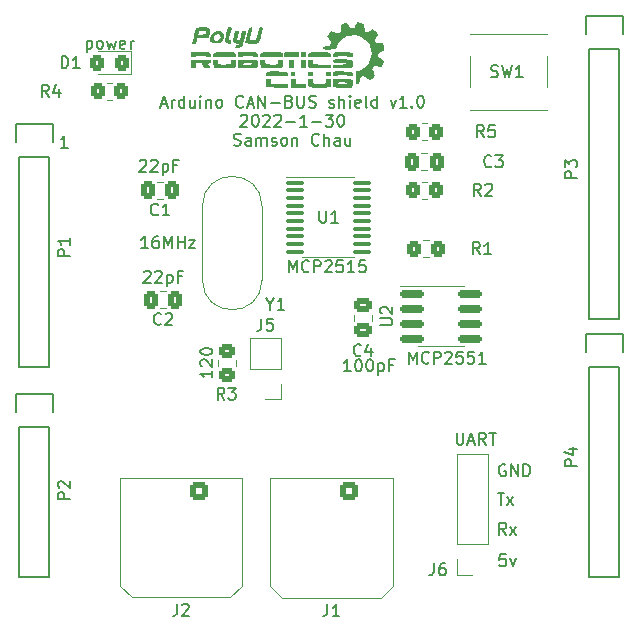
<source format=gto>
G04 #@! TF.GenerationSoftware,KiCad,Pcbnew,6.0.2-378541a8eb~116~ubuntu18.04.1*
G04 #@! TF.CreationDate,2022-02-21T15:39:08+08:00*
G04 #@! TF.ProjectId,arduino_can_bus_shield,61726475-696e-46f5-9f63-616e5f627573,rev?*
G04 #@! TF.SameCoordinates,Original*
G04 #@! TF.FileFunction,Legend,Top*
G04 #@! TF.FilePolarity,Positive*
%FSLAX46Y46*%
G04 Gerber Fmt 4.6, Leading zero omitted, Abs format (unit mm)*
G04 Created by KiCad (PCBNEW 6.0.2-378541a8eb~116~ubuntu18.04.1) date 2022-02-21 15:39:08*
%MOMM*%
%LPD*%
G01*
G04 APERTURE LIST*
G04 Aperture macros list*
%AMRoundRect*
0 Rectangle with rounded corners*
0 $1 Rounding radius*
0 $2 $3 $4 $5 $6 $7 $8 $9 X,Y pos of 4 corners*
0 Add a 4 corners polygon primitive as box body*
4,1,4,$2,$3,$4,$5,$6,$7,$8,$9,$2,$3,0*
0 Add four circle primitives for the rounded corners*
1,1,$1+$1,$2,$3*
1,1,$1+$1,$4,$5*
1,1,$1+$1,$6,$7*
1,1,$1+$1,$8,$9*
0 Add four rect primitives between the rounded corners*
20,1,$1+$1,$2,$3,$4,$5,0*
20,1,$1+$1,$4,$5,$6,$7,0*
20,1,$1+$1,$6,$7,$8,$9,0*
20,1,$1+$1,$8,$9,$2,$3,0*%
G04 Aperture macros list end*
%ADD10C,0.150000*%
%ADD11C,0.120000*%
%ADD12O,2.032000X1.727200*%
%ADD13R,1.700000X1.700000*%
%ADD14O,1.700000X1.700000*%
%ADD15RoundRect,0.250000X-0.350000X-0.450000X0.350000X-0.450000X0.350000X0.450000X-0.350000X0.450000X0*%
%ADD16RoundRect,0.250000X0.475000X-0.337500X0.475000X0.337500X-0.475000X0.337500X-0.475000X-0.337500X0*%
%ADD17RoundRect,0.250000X0.350000X0.450000X-0.350000X0.450000X-0.350000X-0.450000X0.350000X-0.450000X0*%
%ADD18RoundRect,0.250000X0.337500X0.475000X-0.337500X0.475000X-0.337500X-0.475000X0.337500X-0.475000X0*%
%ADD19RoundRect,0.250000X-0.337500X-0.475000X0.337500X-0.475000X0.337500X0.475000X-0.337500X0.475000X0*%
%ADD20RoundRect,0.250000X0.325000X0.450000X-0.325000X0.450000X-0.325000X-0.450000X0.325000X-0.450000X0*%
%ADD21C,1.500000*%
%ADD22RoundRect,0.100000X-0.637500X-0.100000X0.637500X-0.100000X0.637500X0.100000X-0.637500X0.100000X0*%
%ADD23C,3.000000*%
%ADD24RoundRect,0.250001X0.499999X0.499999X-0.499999X0.499999X-0.499999X-0.499999X0.499999X-0.499999X0*%
%ADD25RoundRect,0.250000X-0.450000X0.350000X-0.450000X-0.350000X0.450000X-0.350000X0.450000X0.350000X0*%
%ADD26R,1.550000X1.300000*%
%ADD27RoundRect,0.150000X-0.825000X-0.150000X0.825000X-0.150000X0.825000X0.150000X-0.825000X0.150000X0*%
G04 APERTURE END LIST*
D10*
X153726761Y-121239380D02*
X153393428Y-120763190D01*
X153155333Y-121239380D02*
X153155333Y-120239380D01*
X153536285Y-120239380D01*
X153631523Y-120287000D01*
X153679142Y-120334619D01*
X153726761Y-120429857D01*
X153726761Y-120572714D01*
X153679142Y-120667952D01*
X153631523Y-120715571D01*
X153536285Y-120763190D01*
X153155333Y-120763190D01*
X154060095Y-121239380D02*
X154583904Y-120572714D01*
X154060095Y-120572714D02*
X154583904Y-121239380D01*
X153004523Y-117699380D02*
X153575952Y-117699380D01*
X153290238Y-118699380D02*
X153290238Y-117699380D01*
X153814047Y-118699380D02*
X154337857Y-118032714D01*
X153814047Y-118032714D02*
X154337857Y-118699380D01*
X122690142Y-89590619D02*
X122737761Y-89543000D01*
X122833000Y-89495380D01*
X123071095Y-89495380D01*
X123166333Y-89543000D01*
X123213952Y-89590619D01*
X123261571Y-89685857D01*
X123261571Y-89781095D01*
X123213952Y-89923952D01*
X122642523Y-90495380D01*
X123261571Y-90495380D01*
X123642523Y-89590619D02*
X123690142Y-89543000D01*
X123785380Y-89495380D01*
X124023476Y-89495380D01*
X124118714Y-89543000D01*
X124166333Y-89590619D01*
X124213952Y-89685857D01*
X124213952Y-89781095D01*
X124166333Y-89923952D01*
X123594904Y-90495380D01*
X124213952Y-90495380D01*
X124642523Y-89828714D02*
X124642523Y-90828714D01*
X124642523Y-89876333D02*
X124737761Y-89828714D01*
X124928238Y-89828714D01*
X125023476Y-89876333D01*
X125071095Y-89923952D01*
X125118714Y-90019190D01*
X125118714Y-90304904D01*
X125071095Y-90400142D01*
X125023476Y-90447761D01*
X124928238Y-90495380D01*
X124737761Y-90495380D01*
X124642523Y-90447761D01*
X125880619Y-89971571D02*
X125547285Y-89971571D01*
X125547285Y-90495380D02*
X125547285Y-89495380D01*
X126023476Y-89495380D01*
X135318904Y-99004380D02*
X135318904Y-98004380D01*
X135652238Y-98718666D01*
X135985571Y-98004380D01*
X135985571Y-99004380D01*
X137033190Y-98909142D02*
X136985571Y-98956761D01*
X136842714Y-99004380D01*
X136747476Y-99004380D01*
X136604619Y-98956761D01*
X136509380Y-98861523D01*
X136461761Y-98766285D01*
X136414142Y-98575809D01*
X136414142Y-98432952D01*
X136461761Y-98242476D01*
X136509380Y-98147238D01*
X136604619Y-98052000D01*
X136747476Y-98004380D01*
X136842714Y-98004380D01*
X136985571Y-98052000D01*
X137033190Y-98099619D01*
X137461761Y-99004380D02*
X137461761Y-98004380D01*
X137842714Y-98004380D01*
X137937952Y-98052000D01*
X137985571Y-98099619D01*
X138033190Y-98194857D01*
X138033190Y-98337714D01*
X137985571Y-98432952D01*
X137937952Y-98480571D01*
X137842714Y-98528190D01*
X137461761Y-98528190D01*
X138414142Y-98099619D02*
X138461761Y-98052000D01*
X138557000Y-98004380D01*
X138795095Y-98004380D01*
X138890333Y-98052000D01*
X138937952Y-98099619D01*
X138985571Y-98194857D01*
X138985571Y-98290095D01*
X138937952Y-98432952D01*
X138366523Y-99004380D01*
X138985571Y-99004380D01*
X139890333Y-98004380D02*
X139414142Y-98004380D01*
X139366523Y-98480571D01*
X139414142Y-98432952D01*
X139509380Y-98385333D01*
X139747476Y-98385333D01*
X139842714Y-98432952D01*
X139890333Y-98480571D01*
X139937952Y-98575809D01*
X139937952Y-98813904D01*
X139890333Y-98909142D01*
X139842714Y-98956761D01*
X139747476Y-99004380D01*
X139509380Y-99004380D01*
X139414142Y-98956761D01*
X139366523Y-98909142D01*
X140890333Y-99004380D02*
X140318904Y-99004380D01*
X140604619Y-99004380D02*
X140604619Y-98004380D01*
X140509380Y-98147238D01*
X140414142Y-98242476D01*
X140318904Y-98290095D01*
X141795095Y-98004380D02*
X141318904Y-98004380D01*
X141271285Y-98480571D01*
X141318904Y-98432952D01*
X141414142Y-98385333D01*
X141652238Y-98385333D01*
X141747476Y-98432952D01*
X141795095Y-98480571D01*
X141842714Y-98575809D01*
X141842714Y-98813904D01*
X141795095Y-98909142D01*
X141747476Y-98956761D01*
X141652238Y-99004380D01*
X141414142Y-99004380D01*
X141318904Y-98956761D01*
X141271285Y-98909142D01*
X153679142Y-122906380D02*
X153202952Y-122906380D01*
X153155333Y-123382571D01*
X153202952Y-123334952D01*
X153298190Y-123287333D01*
X153536285Y-123287333D01*
X153631523Y-123334952D01*
X153679142Y-123382571D01*
X153726761Y-123477809D01*
X153726761Y-123715904D01*
X153679142Y-123811142D01*
X153631523Y-123858761D01*
X153536285Y-123906380D01*
X153298190Y-123906380D01*
X153202952Y-123858761D01*
X153155333Y-123811142D01*
X154060095Y-123239714D02*
X154298190Y-123906380D01*
X154536285Y-123239714D01*
X128849380Y-107346666D02*
X128849380Y-107918095D01*
X128849380Y-107632380D02*
X127849380Y-107632380D01*
X127992238Y-107727619D01*
X128087476Y-107822857D01*
X128135095Y-107918095D01*
X127944619Y-106965714D02*
X127897000Y-106918095D01*
X127849380Y-106822857D01*
X127849380Y-106584761D01*
X127897000Y-106489523D01*
X127944619Y-106441904D01*
X128039857Y-106394285D01*
X128135095Y-106394285D01*
X128277952Y-106441904D01*
X128849380Y-107013333D01*
X128849380Y-106394285D01*
X127849380Y-105775238D02*
X127849380Y-105680000D01*
X127897000Y-105584761D01*
X127944619Y-105537142D01*
X128039857Y-105489523D01*
X128230333Y-105441904D01*
X128468428Y-105441904D01*
X128658904Y-105489523D01*
X128754142Y-105537142D01*
X128801761Y-105584761D01*
X128849380Y-105680000D01*
X128849380Y-105775238D01*
X128801761Y-105870476D01*
X128754142Y-105918095D01*
X128658904Y-105965714D01*
X128468428Y-106013333D01*
X128230333Y-106013333D01*
X128039857Y-105965714D01*
X127944619Y-105918095D01*
X127897000Y-105870476D01*
X127849380Y-105775238D01*
X123404523Y-96972380D02*
X122833095Y-96972380D01*
X123118809Y-96972380D02*
X123118809Y-95972380D01*
X123023571Y-96115238D01*
X122928333Y-96210476D01*
X122833095Y-96258095D01*
X124261666Y-95972380D02*
X124071190Y-95972380D01*
X123975952Y-96020000D01*
X123928333Y-96067619D01*
X123833095Y-96210476D01*
X123785476Y-96400952D01*
X123785476Y-96781904D01*
X123833095Y-96877142D01*
X123880714Y-96924761D01*
X123975952Y-96972380D01*
X124166428Y-96972380D01*
X124261666Y-96924761D01*
X124309285Y-96877142D01*
X124356904Y-96781904D01*
X124356904Y-96543809D01*
X124309285Y-96448571D01*
X124261666Y-96400952D01*
X124166428Y-96353333D01*
X123975952Y-96353333D01*
X123880714Y-96400952D01*
X123833095Y-96448571D01*
X123785476Y-96543809D01*
X124785476Y-96972380D02*
X124785476Y-95972380D01*
X125118809Y-96686666D01*
X125452142Y-95972380D01*
X125452142Y-96972380D01*
X125928333Y-96972380D02*
X125928333Y-95972380D01*
X125928333Y-96448571D02*
X126499761Y-96448571D01*
X126499761Y-96972380D02*
X126499761Y-95972380D01*
X126880714Y-96305714D02*
X127404523Y-96305714D01*
X126880714Y-96972380D01*
X127404523Y-96972380D01*
X124516952Y-84789666D02*
X124993142Y-84789666D01*
X124421714Y-85075380D02*
X124755047Y-84075380D01*
X125088380Y-85075380D01*
X125421714Y-85075380D02*
X125421714Y-84408714D01*
X125421714Y-84599190D02*
X125469333Y-84503952D01*
X125516952Y-84456333D01*
X125612190Y-84408714D01*
X125707428Y-84408714D01*
X126469333Y-85075380D02*
X126469333Y-84075380D01*
X126469333Y-85027761D02*
X126374095Y-85075380D01*
X126183619Y-85075380D01*
X126088380Y-85027761D01*
X126040761Y-84980142D01*
X125993142Y-84884904D01*
X125993142Y-84599190D01*
X126040761Y-84503952D01*
X126088380Y-84456333D01*
X126183619Y-84408714D01*
X126374095Y-84408714D01*
X126469333Y-84456333D01*
X127374095Y-84408714D02*
X127374095Y-85075380D01*
X126945523Y-84408714D02*
X126945523Y-84932523D01*
X126993142Y-85027761D01*
X127088380Y-85075380D01*
X127231238Y-85075380D01*
X127326476Y-85027761D01*
X127374095Y-84980142D01*
X127850285Y-85075380D02*
X127850285Y-84408714D01*
X127850285Y-84075380D02*
X127802666Y-84123000D01*
X127850285Y-84170619D01*
X127897904Y-84123000D01*
X127850285Y-84075380D01*
X127850285Y-84170619D01*
X128326476Y-84408714D02*
X128326476Y-85075380D01*
X128326476Y-84503952D02*
X128374095Y-84456333D01*
X128469333Y-84408714D01*
X128612190Y-84408714D01*
X128707428Y-84456333D01*
X128755047Y-84551571D01*
X128755047Y-85075380D01*
X129374095Y-85075380D02*
X129278857Y-85027761D01*
X129231238Y-84980142D01*
X129183619Y-84884904D01*
X129183619Y-84599190D01*
X129231238Y-84503952D01*
X129278857Y-84456333D01*
X129374095Y-84408714D01*
X129516952Y-84408714D01*
X129612190Y-84456333D01*
X129659809Y-84503952D01*
X129707428Y-84599190D01*
X129707428Y-84884904D01*
X129659809Y-84980142D01*
X129612190Y-85027761D01*
X129516952Y-85075380D01*
X129374095Y-85075380D01*
X131469333Y-84980142D02*
X131421714Y-85027761D01*
X131278857Y-85075380D01*
X131183619Y-85075380D01*
X131040761Y-85027761D01*
X130945523Y-84932523D01*
X130897904Y-84837285D01*
X130850285Y-84646809D01*
X130850285Y-84503952D01*
X130897904Y-84313476D01*
X130945523Y-84218238D01*
X131040761Y-84123000D01*
X131183619Y-84075380D01*
X131278857Y-84075380D01*
X131421714Y-84123000D01*
X131469333Y-84170619D01*
X131850285Y-84789666D02*
X132326476Y-84789666D01*
X131755047Y-85075380D02*
X132088380Y-84075380D01*
X132421714Y-85075380D01*
X132755047Y-85075380D02*
X132755047Y-84075380D01*
X133326476Y-85075380D01*
X133326476Y-84075380D01*
X133802666Y-84694428D02*
X134564571Y-84694428D01*
X135374095Y-84551571D02*
X135516952Y-84599190D01*
X135564571Y-84646809D01*
X135612190Y-84742047D01*
X135612190Y-84884904D01*
X135564571Y-84980142D01*
X135516952Y-85027761D01*
X135421714Y-85075380D01*
X135040761Y-85075380D01*
X135040761Y-84075380D01*
X135374095Y-84075380D01*
X135469333Y-84123000D01*
X135516952Y-84170619D01*
X135564571Y-84265857D01*
X135564571Y-84361095D01*
X135516952Y-84456333D01*
X135469333Y-84503952D01*
X135374095Y-84551571D01*
X135040761Y-84551571D01*
X136040761Y-84075380D02*
X136040761Y-84884904D01*
X136088380Y-84980142D01*
X136136000Y-85027761D01*
X136231238Y-85075380D01*
X136421714Y-85075380D01*
X136516952Y-85027761D01*
X136564571Y-84980142D01*
X136612190Y-84884904D01*
X136612190Y-84075380D01*
X137040761Y-85027761D02*
X137183619Y-85075380D01*
X137421714Y-85075380D01*
X137516952Y-85027761D01*
X137564571Y-84980142D01*
X137612190Y-84884904D01*
X137612190Y-84789666D01*
X137564571Y-84694428D01*
X137516952Y-84646809D01*
X137421714Y-84599190D01*
X137231238Y-84551571D01*
X137136000Y-84503952D01*
X137088380Y-84456333D01*
X137040761Y-84361095D01*
X137040761Y-84265857D01*
X137088380Y-84170619D01*
X137136000Y-84123000D01*
X137231238Y-84075380D01*
X137469333Y-84075380D01*
X137612190Y-84123000D01*
X138755047Y-85027761D02*
X138850285Y-85075380D01*
X139040761Y-85075380D01*
X139136000Y-85027761D01*
X139183619Y-84932523D01*
X139183619Y-84884904D01*
X139136000Y-84789666D01*
X139040761Y-84742047D01*
X138897904Y-84742047D01*
X138802666Y-84694428D01*
X138755047Y-84599190D01*
X138755047Y-84551571D01*
X138802666Y-84456333D01*
X138897904Y-84408714D01*
X139040761Y-84408714D01*
X139136000Y-84456333D01*
X139612190Y-85075380D02*
X139612190Y-84075380D01*
X140040761Y-85075380D02*
X140040761Y-84551571D01*
X139993142Y-84456333D01*
X139897904Y-84408714D01*
X139755047Y-84408714D01*
X139659809Y-84456333D01*
X139612190Y-84503952D01*
X140516952Y-85075380D02*
X140516952Y-84408714D01*
X140516952Y-84075380D02*
X140469333Y-84123000D01*
X140516952Y-84170619D01*
X140564571Y-84123000D01*
X140516952Y-84075380D01*
X140516952Y-84170619D01*
X141374095Y-85027761D02*
X141278857Y-85075380D01*
X141088380Y-85075380D01*
X140993142Y-85027761D01*
X140945523Y-84932523D01*
X140945523Y-84551571D01*
X140993142Y-84456333D01*
X141088380Y-84408714D01*
X141278857Y-84408714D01*
X141374095Y-84456333D01*
X141421714Y-84551571D01*
X141421714Y-84646809D01*
X140945523Y-84742047D01*
X141993142Y-85075380D02*
X141897904Y-85027761D01*
X141850285Y-84932523D01*
X141850285Y-84075380D01*
X142802666Y-85075380D02*
X142802666Y-84075380D01*
X142802666Y-85027761D02*
X142707428Y-85075380D01*
X142516952Y-85075380D01*
X142421714Y-85027761D01*
X142374095Y-84980142D01*
X142326476Y-84884904D01*
X142326476Y-84599190D01*
X142374095Y-84503952D01*
X142421714Y-84456333D01*
X142516952Y-84408714D01*
X142707428Y-84408714D01*
X142802666Y-84456333D01*
X143945523Y-84408714D02*
X144183619Y-85075380D01*
X144421714Y-84408714D01*
X145326476Y-85075380D02*
X144755047Y-85075380D01*
X145040761Y-85075380D02*
X145040761Y-84075380D01*
X144945523Y-84218238D01*
X144850285Y-84313476D01*
X144755047Y-84361095D01*
X145755047Y-84980142D02*
X145802666Y-85027761D01*
X145755047Y-85075380D01*
X145707428Y-85027761D01*
X145755047Y-84980142D01*
X145755047Y-85075380D01*
X146421714Y-84075380D02*
X146516952Y-84075380D01*
X146612190Y-84123000D01*
X146659809Y-84170619D01*
X146707428Y-84265857D01*
X146755047Y-84456333D01*
X146755047Y-84694428D01*
X146707428Y-84884904D01*
X146659809Y-84980142D01*
X146612190Y-85027761D01*
X146516952Y-85075380D01*
X146421714Y-85075380D01*
X146326476Y-85027761D01*
X146278857Y-84980142D01*
X146231238Y-84884904D01*
X146183619Y-84694428D01*
X146183619Y-84456333D01*
X146231238Y-84265857D01*
X146278857Y-84170619D01*
X146326476Y-84123000D01*
X146421714Y-84075380D01*
X131255047Y-85780619D02*
X131302666Y-85733000D01*
X131397904Y-85685380D01*
X131636000Y-85685380D01*
X131731238Y-85733000D01*
X131778857Y-85780619D01*
X131826476Y-85875857D01*
X131826476Y-85971095D01*
X131778857Y-86113952D01*
X131207428Y-86685380D01*
X131826476Y-86685380D01*
X132445523Y-85685380D02*
X132540761Y-85685380D01*
X132636000Y-85733000D01*
X132683619Y-85780619D01*
X132731238Y-85875857D01*
X132778857Y-86066333D01*
X132778857Y-86304428D01*
X132731238Y-86494904D01*
X132683619Y-86590142D01*
X132636000Y-86637761D01*
X132540761Y-86685380D01*
X132445523Y-86685380D01*
X132350285Y-86637761D01*
X132302666Y-86590142D01*
X132255047Y-86494904D01*
X132207428Y-86304428D01*
X132207428Y-86066333D01*
X132255047Y-85875857D01*
X132302666Y-85780619D01*
X132350285Y-85733000D01*
X132445523Y-85685380D01*
X133159809Y-85780619D02*
X133207428Y-85733000D01*
X133302666Y-85685380D01*
X133540761Y-85685380D01*
X133636000Y-85733000D01*
X133683619Y-85780619D01*
X133731238Y-85875857D01*
X133731238Y-85971095D01*
X133683619Y-86113952D01*
X133112190Y-86685380D01*
X133731238Y-86685380D01*
X134112190Y-85780619D02*
X134159809Y-85733000D01*
X134255047Y-85685380D01*
X134493142Y-85685380D01*
X134588380Y-85733000D01*
X134636000Y-85780619D01*
X134683619Y-85875857D01*
X134683619Y-85971095D01*
X134636000Y-86113952D01*
X134064571Y-86685380D01*
X134683619Y-86685380D01*
X135112190Y-86304428D02*
X135874095Y-86304428D01*
X136874095Y-86685380D02*
X136302666Y-86685380D01*
X136588380Y-86685380D02*
X136588380Y-85685380D01*
X136493142Y-85828238D01*
X136397904Y-85923476D01*
X136302666Y-85971095D01*
X137302666Y-86304428D02*
X138064571Y-86304428D01*
X138445523Y-85685380D02*
X139064571Y-85685380D01*
X138731238Y-86066333D01*
X138874095Y-86066333D01*
X138969333Y-86113952D01*
X139016952Y-86161571D01*
X139064571Y-86256809D01*
X139064571Y-86494904D01*
X139016952Y-86590142D01*
X138969333Y-86637761D01*
X138874095Y-86685380D01*
X138588380Y-86685380D01*
X138493142Y-86637761D01*
X138445523Y-86590142D01*
X139683619Y-85685380D02*
X139778857Y-85685380D01*
X139874095Y-85733000D01*
X139921714Y-85780619D01*
X139969333Y-85875857D01*
X140016952Y-86066333D01*
X140016952Y-86304428D01*
X139969333Y-86494904D01*
X139921714Y-86590142D01*
X139874095Y-86637761D01*
X139778857Y-86685380D01*
X139683619Y-86685380D01*
X139588380Y-86637761D01*
X139540761Y-86590142D01*
X139493142Y-86494904D01*
X139445523Y-86304428D01*
X139445523Y-86066333D01*
X139493142Y-85875857D01*
X139540761Y-85780619D01*
X139588380Y-85733000D01*
X139683619Y-85685380D01*
X130683619Y-88247761D02*
X130826476Y-88295380D01*
X131064571Y-88295380D01*
X131159809Y-88247761D01*
X131207428Y-88200142D01*
X131255047Y-88104904D01*
X131255047Y-88009666D01*
X131207428Y-87914428D01*
X131159809Y-87866809D01*
X131064571Y-87819190D01*
X130874095Y-87771571D01*
X130778857Y-87723952D01*
X130731238Y-87676333D01*
X130683619Y-87581095D01*
X130683619Y-87485857D01*
X130731238Y-87390619D01*
X130778857Y-87343000D01*
X130874095Y-87295380D01*
X131112190Y-87295380D01*
X131255047Y-87343000D01*
X132112190Y-88295380D02*
X132112190Y-87771571D01*
X132064571Y-87676333D01*
X131969333Y-87628714D01*
X131778857Y-87628714D01*
X131683619Y-87676333D01*
X132112190Y-88247761D02*
X132016952Y-88295380D01*
X131778857Y-88295380D01*
X131683619Y-88247761D01*
X131636000Y-88152523D01*
X131636000Y-88057285D01*
X131683619Y-87962047D01*
X131778857Y-87914428D01*
X132016952Y-87914428D01*
X132112190Y-87866809D01*
X132588380Y-88295380D02*
X132588380Y-87628714D01*
X132588380Y-87723952D02*
X132636000Y-87676333D01*
X132731238Y-87628714D01*
X132874095Y-87628714D01*
X132969333Y-87676333D01*
X133016952Y-87771571D01*
X133016952Y-88295380D01*
X133016952Y-87771571D02*
X133064571Y-87676333D01*
X133159809Y-87628714D01*
X133302666Y-87628714D01*
X133397904Y-87676333D01*
X133445523Y-87771571D01*
X133445523Y-88295380D01*
X133874095Y-88247761D02*
X133969333Y-88295380D01*
X134159809Y-88295380D01*
X134255047Y-88247761D01*
X134302666Y-88152523D01*
X134302666Y-88104904D01*
X134255047Y-88009666D01*
X134159809Y-87962047D01*
X134016952Y-87962047D01*
X133921714Y-87914428D01*
X133874095Y-87819190D01*
X133874095Y-87771571D01*
X133921714Y-87676333D01*
X134016952Y-87628714D01*
X134159809Y-87628714D01*
X134255047Y-87676333D01*
X134874095Y-88295380D02*
X134778857Y-88247761D01*
X134731238Y-88200142D01*
X134683619Y-88104904D01*
X134683619Y-87819190D01*
X134731238Y-87723952D01*
X134778857Y-87676333D01*
X134874095Y-87628714D01*
X135016952Y-87628714D01*
X135112190Y-87676333D01*
X135159809Y-87723952D01*
X135207428Y-87819190D01*
X135207428Y-88104904D01*
X135159809Y-88200142D01*
X135112190Y-88247761D01*
X135016952Y-88295380D01*
X134874095Y-88295380D01*
X135636000Y-87628714D02*
X135636000Y-88295380D01*
X135636000Y-87723952D02*
X135683619Y-87676333D01*
X135778857Y-87628714D01*
X135921714Y-87628714D01*
X136016952Y-87676333D01*
X136064571Y-87771571D01*
X136064571Y-88295380D01*
X137874095Y-88200142D02*
X137826476Y-88247761D01*
X137683619Y-88295380D01*
X137588380Y-88295380D01*
X137445523Y-88247761D01*
X137350285Y-88152523D01*
X137302666Y-88057285D01*
X137255047Y-87866809D01*
X137255047Y-87723952D01*
X137302666Y-87533476D01*
X137350285Y-87438238D01*
X137445523Y-87343000D01*
X137588380Y-87295380D01*
X137683619Y-87295380D01*
X137826476Y-87343000D01*
X137874095Y-87390619D01*
X138302666Y-88295380D02*
X138302666Y-87295380D01*
X138731238Y-88295380D02*
X138731238Y-87771571D01*
X138683619Y-87676333D01*
X138588380Y-87628714D01*
X138445523Y-87628714D01*
X138350285Y-87676333D01*
X138302666Y-87723952D01*
X139636000Y-88295380D02*
X139636000Y-87771571D01*
X139588380Y-87676333D01*
X139493142Y-87628714D01*
X139302666Y-87628714D01*
X139207428Y-87676333D01*
X139636000Y-88247761D02*
X139540761Y-88295380D01*
X139302666Y-88295380D01*
X139207428Y-88247761D01*
X139159809Y-88152523D01*
X139159809Y-88057285D01*
X139207428Y-87962047D01*
X139302666Y-87914428D01*
X139540761Y-87914428D01*
X139636000Y-87866809D01*
X140540761Y-87628714D02*
X140540761Y-88295380D01*
X140112190Y-87628714D02*
X140112190Y-88152523D01*
X140159809Y-88247761D01*
X140255047Y-88295380D01*
X140397904Y-88295380D01*
X140493142Y-88247761D01*
X140540761Y-88200142D01*
X153670095Y-115324000D02*
X153574857Y-115276380D01*
X153432000Y-115276380D01*
X153289142Y-115324000D01*
X153193904Y-115419238D01*
X153146285Y-115514476D01*
X153098666Y-115704952D01*
X153098666Y-115847809D01*
X153146285Y-116038285D01*
X153193904Y-116133523D01*
X153289142Y-116228761D01*
X153432000Y-116276380D01*
X153527238Y-116276380D01*
X153670095Y-116228761D01*
X153717714Y-116181142D01*
X153717714Y-115847809D01*
X153527238Y-115847809D01*
X154146285Y-116276380D02*
X154146285Y-115276380D01*
X154717714Y-116276380D01*
X154717714Y-115276380D01*
X155193904Y-116276380D02*
X155193904Y-115276380D01*
X155432000Y-115276380D01*
X155574857Y-115324000D01*
X155670095Y-115419238D01*
X155717714Y-115514476D01*
X155765333Y-115704952D01*
X155765333Y-115847809D01*
X155717714Y-116038285D01*
X155670095Y-116133523D01*
X155574857Y-116228761D01*
X155432000Y-116276380D01*
X155193904Y-116276380D01*
X149534761Y-112609380D02*
X149534761Y-113418904D01*
X149582380Y-113514142D01*
X149630000Y-113561761D01*
X149725238Y-113609380D01*
X149915714Y-113609380D01*
X150010952Y-113561761D01*
X150058571Y-113514142D01*
X150106190Y-113418904D01*
X150106190Y-112609380D01*
X150534761Y-113323666D02*
X151010952Y-113323666D01*
X150439523Y-113609380D02*
X150772857Y-112609380D01*
X151106190Y-113609380D01*
X152010952Y-113609380D02*
X151677619Y-113133190D01*
X151439523Y-113609380D02*
X151439523Y-112609380D01*
X151820476Y-112609380D01*
X151915714Y-112657000D01*
X151963333Y-112704619D01*
X152010952Y-112799857D01*
X152010952Y-112942714D01*
X151963333Y-113037952D01*
X151915714Y-113085571D01*
X151820476Y-113133190D01*
X151439523Y-113133190D01*
X152296666Y-112609380D02*
X152868095Y-112609380D01*
X152582380Y-113609380D02*
X152582380Y-112609380D01*
X140565380Y-107386380D02*
X139993952Y-107386380D01*
X140279666Y-107386380D02*
X140279666Y-106386380D01*
X140184428Y-106529238D01*
X140089190Y-106624476D01*
X139993952Y-106672095D01*
X141184428Y-106386380D02*
X141279666Y-106386380D01*
X141374904Y-106434000D01*
X141422523Y-106481619D01*
X141470142Y-106576857D01*
X141517761Y-106767333D01*
X141517761Y-107005428D01*
X141470142Y-107195904D01*
X141422523Y-107291142D01*
X141374904Y-107338761D01*
X141279666Y-107386380D01*
X141184428Y-107386380D01*
X141089190Y-107338761D01*
X141041571Y-107291142D01*
X140993952Y-107195904D01*
X140946333Y-107005428D01*
X140946333Y-106767333D01*
X140993952Y-106576857D01*
X141041571Y-106481619D01*
X141089190Y-106434000D01*
X141184428Y-106386380D01*
X142136809Y-106386380D02*
X142232047Y-106386380D01*
X142327285Y-106434000D01*
X142374904Y-106481619D01*
X142422523Y-106576857D01*
X142470142Y-106767333D01*
X142470142Y-107005428D01*
X142422523Y-107195904D01*
X142374904Y-107291142D01*
X142327285Y-107338761D01*
X142232047Y-107386380D01*
X142136809Y-107386380D01*
X142041571Y-107338761D01*
X141993952Y-107291142D01*
X141946333Y-107195904D01*
X141898714Y-107005428D01*
X141898714Y-106767333D01*
X141946333Y-106576857D01*
X141993952Y-106481619D01*
X142041571Y-106434000D01*
X142136809Y-106386380D01*
X142898714Y-106719714D02*
X142898714Y-107719714D01*
X142898714Y-106767333D02*
X142993952Y-106719714D01*
X143184428Y-106719714D01*
X143279666Y-106767333D01*
X143327285Y-106814952D01*
X143374904Y-106910190D01*
X143374904Y-107195904D01*
X143327285Y-107291142D01*
X143279666Y-107338761D01*
X143184428Y-107386380D01*
X142993952Y-107386380D01*
X142898714Y-107338761D01*
X144136809Y-106862571D02*
X143803476Y-106862571D01*
X143803476Y-107386380D02*
X143803476Y-106386380D01*
X144279666Y-106386380D01*
X118213428Y-79414714D02*
X118213428Y-80414714D01*
X118213428Y-79462333D02*
X118308666Y-79414714D01*
X118499142Y-79414714D01*
X118594380Y-79462333D01*
X118642000Y-79509952D01*
X118689619Y-79605190D01*
X118689619Y-79890904D01*
X118642000Y-79986142D01*
X118594380Y-80033761D01*
X118499142Y-80081380D01*
X118308666Y-80081380D01*
X118213428Y-80033761D01*
X119261047Y-80081380D02*
X119165809Y-80033761D01*
X119118190Y-79986142D01*
X119070571Y-79890904D01*
X119070571Y-79605190D01*
X119118190Y-79509952D01*
X119165809Y-79462333D01*
X119261047Y-79414714D01*
X119403904Y-79414714D01*
X119499142Y-79462333D01*
X119546761Y-79509952D01*
X119594380Y-79605190D01*
X119594380Y-79890904D01*
X119546761Y-79986142D01*
X119499142Y-80033761D01*
X119403904Y-80081380D01*
X119261047Y-80081380D01*
X119927714Y-79414714D02*
X120118190Y-80081380D01*
X120308666Y-79605190D01*
X120499142Y-80081380D01*
X120689619Y-79414714D01*
X121451523Y-80033761D02*
X121356285Y-80081380D01*
X121165809Y-80081380D01*
X121070571Y-80033761D01*
X121022952Y-79938523D01*
X121022952Y-79557571D01*
X121070571Y-79462333D01*
X121165809Y-79414714D01*
X121356285Y-79414714D01*
X121451523Y-79462333D01*
X121499142Y-79557571D01*
X121499142Y-79652809D01*
X121022952Y-79748047D01*
X121927714Y-80081380D02*
X121927714Y-79414714D01*
X121927714Y-79605190D02*
X121975333Y-79509952D01*
X122022952Y-79462333D01*
X122118190Y-79414714D01*
X122213428Y-79414714D01*
X145478904Y-106751380D02*
X145478904Y-105751380D01*
X145812238Y-106465666D01*
X146145571Y-105751380D01*
X146145571Y-106751380D01*
X147193190Y-106656142D02*
X147145571Y-106703761D01*
X147002714Y-106751380D01*
X146907476Y-106751380D01*
X146764619Y-106703761D01*
X146669380Y-106608523D01*
X146621761Y-106513285D01*
X146574142Y-106322809D01*
X146574142Y-106179952D01*
X146621761Y-105989476D01*
X146669380Y-105894238D01*
X146764619Y-105799000D01*
X146907476Y-105751380D01*
X147002714Y-105751380D01*
X147145571Y-105799000D01*
X147193190Y-105846619D01*
X147621761Y-106751380D02*
X147621761Y-105751380D01*
X148002714Y-105751380D01*
X148097952Y-105799000D01*
X148145571Y-105846619D01*
X148193190Y-105941857D01*
X148193190Y-106084714D01*
X148145571Y-106179952D01*
X148097952Y-106227571D01*
X148002714Y-106275190D01*
X147621761Y-106275190D01*
X148574142Y-105846619D02*
X148621761Y-105799000D01*
X148717000Y-105751380D01*
X148955095Y-105751380D01*
X149050333Y-105799000D01*
X149097952Y-105846619D01*
X149145571Y-105941857D01*
X149145571Y-106037095D01*
X149097952Y-106179952D01*
X148526523Y-106751380D01*
X149145571Y-106751380D01*
X150050333Y-105751380D02*
X149574142Y-105751380D01*
X149526523Y-106227571D01*
X149574142Y-106179952D01*
X149669380Y-106132333D01*
X149907476Y-106132333D01*
X150002714Y-106179952D01*
X150050333Y-106227571D01*
X150097952Y-106322809D01*
X150097952Y-106560904D01*
X150050333Y-106656142D01*
X150002714Y-106703761D01*
X149907476Y-106751380D01*
X149669380Y-106751380D01*
X149574142Y-106703761D01*
X149526523Y-106656142D01*
X151002714Y-105751380D02*
X150526523Y-105751380D01*
X150478904Y-106227571D01*
X150526523Y-106179952D01*
X150621761Y-106132333D01*
X150859857Y-106132333D01*
X150955095Y-106179952D01*
X151002714Y-106227571D01*
X151050333Y-106322809D01*
X151050333Y-106560904D01*
X151002714Y-106656142D01*
X150955095Y-106703761D01*
X150859857Y-106751380D01*
X150621761Y-106751380D01*
X150526523Y-106703761D01*
X150478904Y-106656142D01*
X152002714Y-106751380D02*
X151431285Y-106751380D01*
X151717000Y-106751380D02*
X151717000Y-105751380D01*
X151621761Y-105894238D01*
X151526523Y-105989476D01*
X151431285Y-106037095D01*
X116617714Y-88463380D02*
X116046285Y-88463380D01*
X116332000Y-88463380D02*
X116332000Y-87463380D01*
X116236761Y-87606238D01*
X116141523Y-87701476D01*
X116046285Y-87749095D01*
X123071142Y-98988619D02*
X123118761Y-98941000D01*
X123214000Y-98893380D01*
X123452095Y-98893380D01*
X123547333Y-98941000D01*
X123594952Y-98988619D01*
X123642571Y-99083857D01*
X123642571Y-99179095D01*
X123594952Y-99321952D01*
X123023523Y-99893380D01*
X123642571Y-99893380D01*
X124023523Y-98988619D02*
X124071142Y-98941000D01*
X124166380Y-98893380D01*
X124404476Y-98893380D01*
X124499714Y-98941000D01*
X124547333Y-98988619D01*
X124594952Y-99083857D01*
X124594952Y-99179095D01*
X124547333Y-99321952D01*
X123975904Y-99893380D01*
X124594952Y-99893380D01*
X125023523Y-99226714D02*
X125023523Y-100226714D01*
X125023523Y-99274333D02*
X125118761Y-99226714D01*
X125309238Y-99226714D01*
X125404476Y-99274333D01*
X125452095Y-99321952D01*
X125499714Y-99417190D01*
X125499714Y-99702904D01*
X125452095Y-99798142D01*
X125404476Y-99845761D01*
X125309238Y-99893380D01*
X125118761Y-99893380D01*
X125023523Y-99845761D01*
X126261619Y-99369571D02*
X125928285Y-99369571D01*
X125928285Y-99893380D02*
X125928285Y-98893380D01*
X126404476Y-98893380D01*
X116784380Y-97639095D02*
X115784380Y-97639095D01*
X115784380Y-97258142D01*
X115832000Y-97162904D01*
X115879619Y-97115285D01*
X115974857Y-97067666D01*
X116117714Y-97067666D01*
X116212952Y-97115285D01*
X116260571Y-97162904D01*
X116308190Y-97258142D01*
X116308190Y-97639095D01*
X116784380Y-96115285D02*
X116784380Y-96686714D01*
X116784380Y-96401000D02*
X115784380Y-96401000D01*
X115927238Y-96496238D01*
X116022476Y-96591476D01*
X116070095Y-96686714D01*
X116784380Y-118213095D02*
X115784380Y-118213095D01*
X115784380Y-117832142D01*
X115832000Y-117736904D01*
X115879619Y-117689285D01*
X115974857Y-117641666D01*
X116117714Y-117641666D01*
X116212952Y-117689285D01*
X116260571Y-117736904D01*
X116308190Y-117832142D01*
X116308190Y-118213095D01*
X115879619Y-117260714D02*
X115832000Y-117213095D01*
X115784380Y-117117857D01*
X115784380Y-116879761D01*
X115832000Y-116784523D01*
X115879619Y-116736904D01*
X115974857Y-116689285D01*
X116070095Y-116689285D01*
X116212952Y-116736904D01*
X116784380Y-117308333D01*
X116784380Y-116689285D01*
X159710380Y-91035095D02*
X158710380Y-91035095D01*
X158710380Y-90654142D01*
X158758000Y-90558904D01*
X158805619Y-90511285D01*
X158900857Y-90463666D01*
X159043714Y-90463666D01*
X159138952Y-90511285D01*
X159186571Y-90558904D01*
X159234190Y-90654142D01*
X159234190Y-91035095D01*
X158710380Y-90130333D02*
X158710380Y-89511285D01*
X159091333Y-89844619D01*
X159091333Y-89701761D01*
X159138952Y-89606523D01*
X159186571Y-89558904D01*
X159281809Y-89511285D01*
X159519904Y-89511285D01*
X159615142Y-89558904D01*
X159662761Y-89606523D01*
X159710380Y-89701761D01*
X159710380Y-89987476D01*
X159662761Y-90082714D01*
X159615142Y-90130333D01*
X159710380Y-115419095D02*
X158710380Y-115419095D01*
X158710380Y-115038142D01*
X158758000Y-114942904D01*
X158805619Y-114895285D01*
X158900857Y-114847666D01*
X159043714Y-114847666D01*
X159138952Y-114895285D01*
X159186571Y-114942904D01*
X159234190Y-115038142D01*
X159234190Y-115419095D01*
X159043714Y-113990523D02*
X159710380Y-113990523D01*
X158662761Y-114228619D02*
X159377047Y-114466714D01*
X159377047Y-113847666D01*
X133016666Y-102957380D02*
X133016666Y-103671666D01*
X132969047Y-103814523D01*
X132873809Y-103909761D01*
X132730952Y-103957380D01*
X132635714Y-103957380D01*
X133969047Y-102957380D02*
X133492857Y-102957380D01*
X133445238Y-103433571D01*
X133492857Y-103385952D01*
X133588095Y-103338333D01*
X133826190Y-103338333D01*
X133921428Y-103385952D01*
X133969047Y-103433571D01*
X134016666Y-103528809D01*
X134016666Y-103766904D01*
X133969047Y-103862142D01*
X133921428Y-103909761D01*
X133826190Y-103957380D01*
X133588095Y-103957380D01*
X133492857Y-103909761D01*
X133445238Y-103862142D01*
X115022333Y-84145380D02*
X114689000Y-83669190D01*
X114450904Y-84145380D02*
X114450904Y-83145380D01*
X114831857Y-83145380D01*
X114927095Y-83193000D01*
X114974714Y-83240619D01*
X115022333Y-83335857D01*
X115022333Y-83478714D01*
X114974714Y-83573952D01*
X114927095Y-83621571D01*
X114831857Y-83669190D01*
X114450904Y-83669190D01*
X115879476Y-83478714D02*
X115879476Y-84145380D01*
X115641380Y-83097761D02*
X115403285Y-83812047D01*
X116022333Y-83812047D01*
X141438333Y-106021142D02*
X141390714Y-106068761D01*
X141247857Y-106116380D01*
X141152619Y-106116380D01*
X141009761Y-106068761D01*
X140914523Y-105973523D01*
X140866904Y-105878285D01*
X140819285Y-105687809D01*
X140819285Y-105544952D01*
X140866904Y-105354476D01*
X140914523Y-105259238D01*
X141009761Y-105164000D01*
X141152619Y-105116380D01*
X141247857Y-105116380D01*
X141390714Y-105164000D01*
X141438333Y-105211619D01*
X142295476Y-105449714D02*
X142295476Y-106116380D01*
X142057380Y-105068761D02*
X141819285Y-105783047D01*
X142438333Y-105783047D01*
X151598333Y-92527380D02*
X151265000Y-92051190D01*
X151026904Y-92527380D02*
X151026904Y-91527380D01*
X151407857Y-91527380D01*
X151503095Y-91575000D01*
X151550714Y-91622619D01*
X151598333Y-91717857D01*
X151598333Y-91860714D01*
X151550714Y-91955952D01*
X151503095Y-92003571D01*
X151407857Y-92051190D01*
X151026904Y-92051190D01*
X151979285Y-91622619D02*
X152026904Y-91575000D01*
X152122142Y-91527380D01*
X152360238Y-91527380D01*
X152455476Y-91575000D01*
X152503095Y-91622619D01*
X152550714Y-91717857D01*
X152550714Y-91813095D01*
X152503095Y-91955952D01*
X151931666Y-92527380D01*
X152550714Y-92527380D01*
X124271833Y-94112142D02*
X124224214Y-94159761D01*
X124081357Y-94207380D01*
X123986119Y-94207380D01*
X123843261Y-94159761D01*
X123748023Y-94064523D01*
X123700404Y-93969285D01*
X123652785Y-93778809D01*
X123652785Y-93635952D01*
X123700404Y-93445476D01*
X123748023Y-93350238D01*
X123843261Y-93255000D01*
X123986119Y-93207380D01*
X124081357Y-93207380D01*
X124224214Y-93255000D01*
X124271833Y-93302619D01*
X125224214Y-94207380D02*
X124652785Y-94207380D01*
X124938500Y-94207380D02*
X124938500Y-93207380D01*
X124843261Y-93350238D01*
X124748023Y-93445476D01*
X124652785Y-93493095D01*
X152487333Y-90019142D02*
X152439714Y-90066761D01*
X152296857Y-90114380D01*
X152201619Y-90114380D01*
X152058761Y-90066761D01*
X151963523Y-89971523D01*
X151915904Y-89876285D01*
X151868285Y-89685809D01*
X151868285Y-89542952D01*
X151915904Y-89352476D01*
X151963523Y-89257238D01*
X152058761Y-89162000D01*
X152201619Y-89114380D01*
X152296857Y-89114380D01*
X152439714Y-89162000D01*
X152487333Y-89209619D01*
X152820666Y-89114380D02*
X153439714Y-89114380D01*
X153106380Y-89495333D01*
X153249238Y-89495333D01*
X153344476Y-89542952D01*
X153392095Y-89590571D01*
X153439714Y-89685809D01*
X153439714Y-89923904D01*
X153392095Y-90019142D01*
X153344476Y-90066761D01*
X153249238Y-90114380D01*
X152963523Y-90114380D01*
X152868285Y-90066761D01*
X152820666Y-90019142D01*
X116101904Y-81732380D02*
X116101904Y-80732380D01*
X116340000Y-80732380D01*
X116482857Y-80780000D01*
X116578095Y-80875238D01*
X116625714Y-80970476D01*
X116673333Y-81160952D01*
X116673333Y-81303809D01*
X116625714Y-81494285D01*
X116578095Y-81589523D01*
X116482857Y-81684761D01*
X116340000Y-81732380D01*
X116101904Y-81732380D01*
X117625714Y-81732380D02*
X117054285Y-81732380D01*
X117340000Y-81732380D02*
X117340000Y-80732380D01*
X117244761Y-80875238D01*
X117149523Y-80970476D01*
X117054285Y-81018095D01*
X133762809Y-101703190D02*
X133762809Y-102179380D01*
X133429476Y-101179380D02*
X133762809Y-101703190D01*
X134096142Y-101179380D01*
X134953285Y-102179380D02*
X134381857Y-102179380D01*
X134667571Y-102179380D02*
X134667571Y-101179380D01*
X134572333Y-101322238D01*
X134477095Y-101417476D01*
X134381857Y-101465095D01*
X137922095Y-93813380D02*
X137922095Y-94622904D01*
X137969714Y-94718142D01*
X138017333Y-94765761D01*
X138112571Y-94813380D01*
X138303047Y-94813380D01*
X138398285Y-94765761D01*
X138445904Y-94718142D01*
X138493523Y-94622904D01*
X138493523Y-93813380D01*
X139493523Y-94813380D02*
X138922095Y-94813380D01*
X139207809Y-94813380D02*
X139207809Y-93813380D01*
X139112571Y-93956238D01*
X139017333Y-94051476D01*
X138922095Y-94099095D01*
X138604666Y-127129380D02*
X138604666Y-127843666D01*
X138557047Y-127986523D01*
X138461809Y-128081761D01*
X138318952Y-128129380D01*
X138223714Y-128129380D01*
X139604666Y-128129380D02*
X139033238Y-128129380D01*
X139318952Y-128129380D02*
X139318952Y-127129380D01*
X139223714Y-127272238D01*
X139128476Y-127367476D01*
X139033238Y-127415095D01*
X125871666Y-127086380D02*
X125871666Y-127800666D01*
X125824047Y-127943523D01*
X125728809Y-128038761D01*
X125585952Y-128086380D01*
X125490714Y-128086380D01*
X126300238Y-127181619D02*
X126347857Y-127134000D01*
X126443095Y-127086380D01*
X126681190Y-127086380D01*
X126776428Y-127134000D01*
X126824047Y-127181619D01*
X126871666Y-127276857D01*
X126871666Y-127372095D01*
X126824047Y-127514952D01*
X126252619Y-128086380D01*
X126871666Y-128086380D01*
X147621666Y-123658380D02*
X147621666Y-124372666D01*
X147574047Y-124515523D01*
X147478809Y-124610761D01*
X147335952Y-124658380D01*
X147240714Y-124658380D01*
X148526428Y-123658380D02*
X148335952Y-123658380D01*
X148240714Y-123706000D01*
X148193095Y-123753619D01*
X148097857Y-123896476D01*
X148050238Y-124086952D01*
X148050238Y-124467904D01*
X148097857Y-124563142D01*
X148145476Y-124610761D01*
X148240714Y-124658380D01*
X148431190Y-124658380D01*
X148526428Y-124610761D01*
X148574047Y-124563142D01*
X148621666Y-124467904D01*
X148621666Y-124229809D01*
X148574047Y-124134571D01*
X148526428Y-124086952D01*
X148431190Y-124039333D01*
X148240714Y-124039333D01*
X148145476Y-124086952D01*
X148097857Y-124134571D01*
X148050238Y-124229809D01*
X129881333Y-109799380D02*
X129548000Y-109323190D01*
X129309904Y-109799380D02*
X129309904Y-108799380D01*
X129690857Y-108799380D01*
X129786095Y-108847000D01*
X129833714Y-108894619D01*
X129881333Y-108989857D01*
X129881333Y-109132714D01*
X129833714Y-109227952D01*
X129786095Y-109275571D01*
X129690857Y-109323190D01*
X129309904Y-109323190D01*
X130214666Y-108799380D02*
X130833714Y-108799380D01*
X130500380Y-109180333D01*
X130643238Y-109180333D01*
X130738476Y-109227952D01*
X130786095Y-109275571D01*
X130833714Y-109370809D01*
X130833714Y-109608904D01*
X130786095Y-109704142D01*
X130738476Y-109751761D01*
X130643238Y-109799380D01*
X130357523Y-109799380D01*
X130262285Y-109751761D01*
X130214666Y-109704142D01*
X152463666Y-82446761D02*
X152606523Y-82494380D01*
X152844619Y-82494380D01*
X152939857Y-82446761D01*
X152987476Y-82399142D01*
X153035095Y-82303904D01*
X153035095Y-82208666D01*
X152987476Y-82113428D01*
X152939857Y-82065809D01*
X152844619Y-82018190D01*
X152654142Y-81970571D01*
X152558904Y-81922952D01*
X152511285Y-81875333D01*
X152463666Y-81780095D01*
X152463666Y-81684857D01*
X152511285Y-81589619D01*
X152558904Y-81542000D01*
X152654142Y-81494380D01*
X152892238Y-81494380D01*
X153035095Y-81542000D01*
X153368428Y-81494380D02*
X153606523Y-82494380D01*
X153797000Y-81780095D01*
X153987476Y-82494380D01*
X154225571Y-81494380D01*
X155130333Y-82494380D02*
X154558904Y-82494380D01*
X154844619Y-82494380D02*
X154844619Y-81494380D01*
X154749380Y-81637238D01*
X154654142Y-81732476D01*
X154558904Y-81780095D01*
X143089380Y-103504904D02*
X143898904Y-103504904D01*
X143994142Y-103457285D01*
X144041761Y-103409666D01*
X144089380Y-103314428D01*
X144089380Y-103123952D01*
X144041761Y-103028714D01*
X143994142Y-102981095D01*
X143898904Y-102933476D01*
X143089380Y-102933476D01*
X143184619Y-102504904D02*
X143137000Y-102457285D01*
X143089380Y-102362047D01*
X143089380Y-102123952D01*
X143137000Y-102028714D01*
X143184619Y-101981095D01*
X143279857Y-101933476D01*
X143375095Y-101933476D01*
X143517952Y-101981095D01*
X144089380Y-102552523D01*
X144089380Y-101933476D01*
X124525833Y-103383142D02*
X124478214Y-103430761D01*
X124335357Y-103478380D01*
X124240119Y-103478380D01*
X124097261Y-103430761D01*
X124002023Y-103335523D01*
X123954404Y-103240285D01*
X123906785Y-103049809D01*
X123906785Y-102906952D01*
X123954404Y-102716476D01*
X124002023Y-102621238D01*
X124097261Y-102526000D01*
X124240119Y-102478380D01*
X124335357Y-102478380D01*
X124478214Y-102526000D01*
X124525833Y-102573619D01*
X124906785Y-102573619D02*
X124954404Y-102526000D01*
X125049642Y-102478380D01*
X125287738Y-102478380D01*
X125382976Y-102526000D01*
X125430595Y-102573619D01*
X125478214Y-102668857D01*
X125478214Y-102764095D01*
X125430595Y-102906952D01*
X124859166Y-103478380D01*
X125478214Y-103478380D01*
X151503333Y-97480380D02*
X151170000Y-97004190D01*
X150931904Y-97480380D02*
X150931904Y-96480380D01*
X151312857Y-96480380D01*
X151408095Y-96528000D01*
X151455714Y-96575619D01*
X151503333Y-96670857D01*
X151503333Y-96813714D01*
X151455714Y-96908952D01*
X151408095Y-96956571D01*
X151312857Y-97004190D01*
X150931904Y-97004190D01*
X152455714Y-97480380D02*
X151884285Y-97480380D01*
X152170000Y-97480380D02*
X152170000Y-96480380D01*
X152074761Y-96623238D01*
X151979523Y-96718476D01*
X151884285Y-96766095D01*
X151852333Y-87574380D02*
X151519000Y-87098190D01*
X151280904Y-87574380D02*
X151280904Y-86574380D01*
X151661857Y-86574380D01*
X151757095Y-86622000D01*
X151804714Y-86669619D01*
X151852333Y-86764857D01*
X151852333Y-86907714D01*
X151804714Y-87002952D01*
X151757095Y-87050571D01*
X151661857Y-87098190D01*
X151280904Y-87098190D01*
X152757095Y-86574380D02*
X152280904Y-86574380D01*
X152233285Y-87050571D01*
X152280904Y-87002952D01*
X152376142Y-86955333D01*
X152614238Y-86955333D01*
X152709476Y-87002952D01*
X152757095Y-87050571D01*
X152804714Y-87145809D01*
X152804714Y-87383904D01*
X152757095Y-87479142D01*
X152709476Y-87526761D01*
X152614238Y-87574380D01*
X152376142Y-87574380D01*
X152280904Y-87526761D01*
X152233285Y-87479142D01*
X112522000Y-107061000D02*
X115062000Y-107061000D01*
X112522000Y-89281000D02*
X112522000Y-107061000D01*
X115062000Y-107061000D02*
X115062000Y-89281000D01*
X115342000Y-88011000D02*
X115342000Y-86461000D01*
X115342000Y-86461000D02*
X112242000Y-86461000D01*
X112242000Y-86461000D02*
X112242000Y-88011000D01*
X112522000Y-89281000D02*
X115062000Y-89281000D01*
X112522000Y-112141000D02*
X115062000Y-112141000D01*
X115342000Y-110871000D02*
X115342000Y-109321000D01*
X115062000Y-124841000D02*
X115062000Y-112141000D01*
X112522000Y-112141000D02*
X112522000Y-124841000D01*
X112522000Y-124841000D02*
X115062000Y-124841000D01*
X115342000Y-109321000D02*
X112242000Y-109321000D01*
X112242000Y-109321000D02*
X112242000Y-110871000D01*
X163602000Y-77317000D02*
X160502000Y-77317000D01*
X160782000Y-80137000D02*
X160782000Y-102997000D01*
X160782000Y-102997000D02*
X163322000Y-102997000D01*
X163322000Y-102997000D02*
X163322000Y-80137000D01*
X163602000Y-78867000D02*
X163602000Y-77317000D01*
X160502000Y-77317000D02*
X160502000Y-78867000D01*
X160782000Y-80137000D02*
X163322000Y-80137000D01*
X163322000Y-124841000D02*
X163322000Y-107061000D01*
X160502000Y-104241000D02*
X160502000Y-105791000D01*
X160782000Y-107061000D02*
X160782000Y-124841000D01*
X160782000Y-107061000D02*
X163322000Y-107061000D01*
X163602000Y-105791000D02*
X163602000Y-104241000D01*
X160782000Y-124841000D02*
X163322000Y-124841000D01*
X163602000Y-104241000D02*
X160502000Y-104241000D01*
D11*
X134680000Y-107188000D02*
X132020000Y-107188000D01*
X134680000Y-109788000D02*
X133350000Y-109788000D01*
X132020000Y-107188000D02*
X132020000Y-104588000D01*
X134680000Y-108458000D02*
X134680000Y-109788000D01*
X134680000Y-104588000D02*
X132020000Y-104588000D01*
X134680000Y-107188000D02*
X134680000Y-104588000D01*
G36*
X139773591Y-82018932D02*
G01*
X139877866Y-82020238D01*
X140117430Y-82023848D01*
X140301574Y-82027853D01*
X140438533Y-82032968D01*
X140536547Y-82039909D01*
X140603853Y-82049391D01*
X140648688Y-82062127D01*
X140679289Y-82078834D01*
X140694265Y-82091079D01*
X140743652Y-82163214D01*
X140760941Y-82270546D01*
X140761198Y-82290263D01*
X140761198Y-82428736D01*
X140562263Y-82427723D01*
X140422340Y-82418243D01*
X140324758Y-82393177D01*
X140301543Y-82379919D01*
X140241202Y-82357270D01*
X140138937Y-82341260D01*
X140009998Y-82331867D01*
X139869631Y-82329073D01*
X139733085Y-82332859D01*
X139615609Y-82343205D01*
X139532450Y-82360092D01*
X139499526Y-82380932D01*
X139457791Y-82411512D01*
X139376081Y-82428437D01*
X139276566Y-82431849D01*
X139181421Y-82421892D01*
X139112818Y-82398706D01*
X139093551Y-82378326D01*
X139078327Y-82299857D01*
X139075771Y-82198382D01*
X139085121Y-82104055D01*
X139101803Y-82052108D01*
X139123093Y-82038395D01*
X139171665Y-82028325D01*
X139254260Y-82021620D01*
X139377619Y-82018004D01*
X139548482Y-82017200D01*
X139773591Y-82018932D01*
G37*
G36*
X132072220Y-80389501D02*
G01*
X132277694Y-80392058D01*
X132433343Y-80398736D01*
X132546085Y-80411513D01*
X132622839Y-80432366D01*
X132670521Y-80463271D01*
X132696048Y-80506207D01*
X132706339Y-80563149D01*
X132708310Y-80636077D01*
X132708316Y-80645851D01*
X132708316Y-80803391D01*
X132504829Y-80803391D01*
X132383091Y-80798915D01*
X132312998Y-80783835D01*
X132283054Y-80755674D01*
X132283021Y-80755587D01*
X132264150Y-80735093D01*
X132219490Y-80721198D01*
X132139184Y-80712773D01*
X132013373Y-80708687D01*
X131865831Y-80707783D01*
X131697050Y-80708907D01*
X131582338Y-80713044D01*
X131512129Y-80721340D01*
X131476860Y-80734941D01*
X131466967Y-80754993D01*
X131466963Y-80755587D01*
X131453150Y-80782401D01*
X131403796Y-80797305D01*
X131307025Y-80803041D01*
X131260070Y-80803391D01*
X131053178Y-80803391D01*
X131053178Y-80389088D01*
X131810006Y-80389088D01*
X132072220Y-80389501D01*
G37*
G36*
X139780860Y-80997719D02*
G01*
X139927457Y-80999846D01*
X140179039Y-81003860D01*
X140374154Y-81009463D01*
X140519973Y-81019934D01*
X140623666Y-81038554D01*
X140692404Y-81068602D01*
X140733356Y-81113359D01*
X140753694Y-81176105D01*
X140760587Y-81260120D01*
X140761205Y-81368684D01*
X140761198Y-81381247D01*
X140760672Y-81484766D01*
X140754562Y-81566340D01*
X140736073Y-81628691D01*
X140698410Y-81674542D01*
X140634779Y-81706615D01*
X140538382Y-81727631D01*
X140402426Y-81740313D01*
X140220114Y-81747383D01*
X139984652Y-81751563D01*
X139831684Y-81753594D01*
X139074231Y-81763647D01*
X139074231Y-81445844D01*
X139660491Y-81435345D01*
X139847779Y-81430772D01*
X140012927Y-81424427D01*
X140145463Y-81416899D01*
X140234912Y-81408780D01*
X140270558Y-81400945D01*
X140283624Y-81376408D01*
X140263919Y-81357176D01*
X140205316Y-81342264D01*
X140101684Y-81330688D01*
X139946894Y-81321461D01*
X139734817Y-81313600D01*
X139725185Y-81313304D01*
X139516893Y-81305973D01*
X139363085Y-81296659D01*
X139254591Y-81282510D01*
X139182243Y-81260674D01*
X139136871Y-81228300D01*
X139109305Y-81182537D01*
X139090377Y-81120532D01*
X139089137Y-81115506D01*
X139082962Y-81077343D01*
X139089837Y-81047728D01*
X139116470Y-81025736D01*
X139169572Y-81010441D01*
X139255853Y-81000918D01*
X139382021Y-80996240D01*
X139554787Y-80995482D01*
X139780860Y-80997719D01*
G37*
G36*
X135795785Y-82035148D02*
G01*
X135849130Y-82049211D01*
X135877649Y-82075215D01*
X135889107Y-82129941D01*
X135891269Y-82230169D01*
X135891273Y-82241503D01*
X135891273Y-82428736D01*
X135509318Y-82428736D01*
X135509318Y-82241503D01*
X135511043Y-82136559D01*
X135521392Y-82078567D01*
X135548132Y-82050745D01*
X135599027Y-82036313D01*
X135604807Y-82035148D01*
X135710739Y-82027340D01*
X135795785Y-82035148D01*
G37*
G36*
X133800052Y-82830685D02*
G01*
X133817103Y-82934343D01*
X133841480Y-83011488D01*
X133860352Y-83038750D01*
X133903277Y-83046532D01*
X133999977Y-83053451D01*
X134140569Y-83059144D01*
X134315170Y-83063250D01*
X134513896Y-83065406D01*
X134594218Y-83065639D01*
X135286511Y-83066127D01*
X135286511Y-83384822D01*
X134435070Y-83382802D01*
X134205223Y-83381241D01*
X133993649Y-83377877D01*
X133809507Y-83373010D01*
X133661959Y-83366938D01*
X133560165Y-83359961D01*
X133514093Y-83352730D01*
X133448584Y-83310921D01*
X133406966Y-83241705D01*
X133385909Y-83134314D01*
X133382081Y-82977980D01*
X133383412Y-82930377D01*
X133392652Y-82667758D01*
X133586989Y-82658389D01*
X133781326Y-82649021D01*
X133800052Y-82830685D01*
G37*
G36*
X136750672Y-80803391D02*
G01*
X136558695Y-80803391D01*
X136434436Y-80797234D01*
X136366363Y-80777872D01*
X136349899Y-80759505D01*
X136341870Y-80703199D01*
X136340718Y-80610576D01*
X136342941Y-80560321D01*
X136352802Y-80405022D01*
X136750672Y-80386046D01*
X136750672Y-80803391D01*
G37*
G36*
X140184892Y-80389961D02*
G01*
X140378829Y-80393046D01*
X140523523Y-80401047D01*
X140626180Y-80416199D01*
X140694008Y-80440735D01*
X140734214Y-80476891D01*
X140754005Y-80526900D01*
X140760588Y-80592996D01*
X140761198Y-80645851D01*
X140761198Y-80803391D01*
X140542288Y-80803391D01*
X140404320Y-80797762D01*
X140319460Y-80779684D01*
X140283755Y-80755587D01*
X140249861Y-80733022D01*
X140185802Y-80718430D01*
X140080876Y-80710473D01*
X139924381Y-80707810D01*
X139901800Y-80707783D01*
X139738449Y-80709904D01*
X139627942Y-80717160D01*
X139559577Y-80730892D01*
X139522651Y-80752437D01*
X139519845Y-80755587D01*
X139465849Y-80786070D01*
X139362596Y-80801109D01*
X139275562Y-80803391D01*
X139070904Y-80803391D01*
X139080525Y-80636851D01*
X139086653Y-80562627D01*
X139100275Y-80505005D01*
X139128664Y-80461877D01*
X139179099Y-80431137D01*
X139258855Y-80410678D01*
X139375208Y-80398393D01*
X139535435Y-80392174D01*
X139746811Y-80389915D01*
X139934504Y-80389558D01*
X140184892Y-80389961D01*
G37*
G36*
X129366211Y-81202549D02*
G01*
X129368962Y-81305088D01*
X129382469Y-81362818D01*
X129414617Y-81394600D01*
X129453742Y-81412013D01*
X129521968Y-81424840D01*
X129639852Y-81433313D01*
X129793501Y-81436785D01*
X129949734Y-81435126D01*
X130138148Y-81428394D01*
X130272123Y-81415863D01*
X130360874Y-81392519D01*
X130413615Y-81353349D01*
X130439561Y-81293339D01*
X130447928Y-81207475D01*
X130448416Y-81163800D01*
X130448416Y-81026478D01*
X130862201Y-81026478D01*
X130862201Y-81307212D01*
X130858069Y-81470208D01*
X130841743Y-81581738D01*
X130807326Y-81653764D01*
X130748921Y-81698246D01*
X130660631Y-81727146D01*
X130654456Y-81728599D01*
X130579800Y-81738176D01*
X130455690Y-81745622D01*
X130294317Y-81750950D01*
X130107874Y-81754172D01*
X129908555Y-81755299D01*
X129708553Y-81754344D01*
X129520060Y-81751319D01*
X129355268Y-81746237D01*
X129226372Y-81739109D01*
X129145564Y-81729948D01*
X129133411Y-81727079D01*
X129053401Y-81698387D01*
X129001163Y-81661260D01*
X128970843Y-81602698D01*
X128956585Y-81509703D01*
X128952531Y-81369276D01*
X128952426Y-81325336D01*
X128952426Y-81026478D01*
X129366211Y-81026478D01*
X129366211Y-81202549D01*
G37*
G36*
X134174027Y-82017130D02*
G01*
X134432891Y-82020143D01*
X134667287Y-82023873D01*
X134846457Y-82028048D01*
X134978835Y-82033428D01*
X135072854Y-82040772D01*
X135136948Y-82050842D01*
X135179549Y-82064398D01*
X135209090Y-82082200D01*
X135219580Y-82091079D01*
X135268967Y-82163218D01*
X135286255Y-82270557D01*
X135286511Y-82290263D01*
X135286511Y-82428736D01*
X134352844Y-82428736D01*
X134115149Y-82428039D01*
X133898325Y-82426065D01*
X133710482Y-82422996D01*
X133559727Y-82419013D01*
X133454169Y-82414296D01*
X133401915Y-82409024D01*
X133397957Y-82407490D01*
X133376471Y-82348545D01*
X133379436Y-82260323D01*
X133403025Y-82170654D01*
X133438621Y-82111819D01*
X133475661Y-82080807D01*
X133522502Y-82056811D01*
X133586869Y-82039117D01*
X133676482Y-82027014D01*
X133799065Y-82019790D01*
X133962339Y-82016733D01*
X134174027Y-82017130D01*
G37*
G36*
X137387263Y-82797331D02*
G01*
X137388808Y-82895582D01*
X137399416Y-82966393D01*
X137428042Y-83014259D01*
X137483646Y-83043672D01*
X137575185Y-83059125D01*
X137711615Y-83065112D01*
X137901896Y-83066126D01*
X137923120Y-83066127D01*
X138137894Y-83063778D01*
X138292288Y-83056575D01*
X138389413Y-83044285D01*
X138431273Y-83027883D01*
X138452996Y-82975953D01*
X138466832Y-82884881D01*
X138469469Y-82820731D01*
X138469469Y-82651823D01*
X138883253Y-82651823D01*
X138883253Y-83287576D01*
X138789345Y-83336199D01*
X138748051Y-83352015D01*
X138687721Y-83364142D01*
X138600511Y-83373018D01*
X138478574Y-83379080D01*
X138314066Y-83382766D01*
X138099142Y-83384516D01*
X137918324Y-83384822D01*
X137675157Y-83384564D01*
X137487370Y-83383365D01*
X137346684Y-83380592D01*
X137244821Y-83375609D01*
X137173504Y-83367781D01*
X137124452Y-83356473D01*
X137089388Y-83341049D01*
X137060034Y-83320874D01*
X137057345Y-83318770D01*
X137018147Y-83284240D01*
X136993550Y-83245803D01*
X136980166Y-83188647D01*
X136974606Y-83097963D01*
X136973480Y-82958939D01*
X136973479Y-82952270D01*
X136973479Y-82651823D01*
X137387263Y-82651823D01*
X137387263Y-82797331D01*
G37*
G36*
X135907188Y-82667758D02*
G01*
X135916664Y-82866942D01*
X135926141Y-83066127D01*
X136782501Y-83066127D01*
X136782501Y-83384822D01*
X135509318Y-83384822D01*
X135509318Y-82648782D01*
X135907188Y-82667758D01*
G37*
G36*
X128723678Y-81130054D02*
G01*
X128701984Y-81210424D01*
X128644005Y-81266773D01*
X128602301Y-81290183D01*
X128533936Y-81334731D01*
X128501349Y-81375771D01*
X128501110Y-81384597D01*
X128524533Y-81429652D01*
X128574238Y-81506142D01*
X128619788Y-81570405D01*
X128674909Y-81653274D01*
X128705873Y-81715405D01*
X128707717Y-81738914D01*
X128664790Y-81750929D01*
X128580335Y-81757315D01*
X128476218Y-81758263D01*
X128374302Y-81753962D01*
X128296453Y-81744603D01*
X128267909Y-81735087D01*
X128233984Y-81699178D01*
X128175089Y-81626936D01*
X128103639Y-81533619D01*
X128099773Y-81528423D01*
X127963647Y-81345173D01*
X127488266Y-81345173D01*
X127488266Y-81532980D01*
X127483473Y-81648170D01*
X127466994Y-81713167D01*
X127437918Y-81740132D01*
X127371992Y-81753284D01*
X127279630Y-81758743D01*
X127185866Y-81756647D01*
X127115732Y-81747136D01*
X127095701Y-81738230D01*
X127087060Y-81699475D01*
X127080114Y-81611033D01*
X127075678Y-81486951D01*
X127074481Y-81371731D01*
X127074481Y-81026478D01*
X128733653Y-81026478D01*
X128723678Y-81130054D01*
G37*
G36*
X132213274Y-78287091D02*
G01*
X132250104Y-78312509D01*
X132250380Y-78341472D01*
X132237096Y-78391513D01*
X132212414Y-78489024D01*
X132179899Y-78619522D01*
X132143115Y-78768523D01*
X132105626Y-78921545D01*
X132070996Y-79064103D01*
X132042789Y-79181714D01*
X132026868Y-79249753D01*
X132006852Y-79337394D01*
X132574784Y-79337394D01*
X132701421Y-78819514D01*
X132828058Y-78301635D01*
X132995092Y-78291860D01*
X133094850Y-78289857D01*
X133141847Y-78300408D01*
X133146864Y-78323729D01*
X133134666Y-78366822D01*
X133110067Y-78461202D01*
X133075768Y-78596239D01*
X133034471Y-78761301D01*
X132991610Y-78934644D01*
X132935885Y-79162911D01*
X132889882Y-79337278D01*
X132845292Y-79464978D01*
X132793809Y-79553242D01*
X132727128Y-79609300D01*
X132636941Y-79640384D01*
X132514942Y-79653725D01*
X132352824Y-79656554D01*
X132162873Y-79656089D01*
X131986062Y-79654494D01*
X131833772Y-79650077D01*
X131716380Y-79643386D01*
X131644262Y-79634972D01*
X131626110Y-79627650D01*
X131633259Y-79589037D01*
X131653148Y-79498667D01*
X131683443Y-79366708D01*
X131721808Y-79203330D01*
X131765908Y-79018702D01*
X131766888Y-79014632D01*
X131818594Y-78803746D01*
X131859955Y-78646027D01*
X131894092Y-78532346D01*
X131924127Y-78453571D01*
X131953183Y-78400574D01*
X131984381Y-78364225D01*
X131991470Y-78357876D01*
X132066857Y-78310858D01*
X132146492Y-78286902D01*
X132213274Y-78287091D01*
G37*
G36*
X137387751Y-81177858D02*
G01*
X137388089Y-81254430D01*
X137393493Y-81313302D01*
X137411382Y-81356917D01*
X137449174Y-81387714D01*
X137514286Y-81408137D01*
X137614138Y-81420627D01*
X137756146Y-81427625D01*
X137947730Y-81431573D01*
X138167557Y-81434521D01*
X138886602Y-81444196D01*
X138876970Y-81593869D01*
X138867339Y-81743542D01*
X138055684Y-81749040D01*
X137829862Y-81749502D01*
X137621064Y-81747915D01*
X137439014Y-81744511D01*
X137293435Y-81739525D01*
X137194053Y-81733192D01*
X137154464Y-81727349D01*
X137074431Y-81698433D01*
X137022191Y-81661215D01*
X136991880Y-81602668D01*
X136977632Y-81509767D01*
X136973584Y-81369484D01*
X136973479Y-81325336D01*
X136973479Y-81026478D01*
X137387263Y-81026478D01*
X137387751Y-81177858D01*
G37*
G36*
X137292994Y-82035403D02*
G01*
X137295102Y-82035814D01*
X137346618Y-82049802D01*
X137374152Y-82076483D01*
X137385201Y-82132590D01*
X137387262Y-82234855D01*
X137387263Y-82241503D01*
X137387263Y-82428736D01*
X136973479Y-82428736D01*
X136973479Y-82054642D01*
X137088210Y-82036000D01*
X137194768Y-82028259D01*
X137292994Y-82035403D01*
G37*
G36*
X133345395Y-81177858D02*
G01*
X133347498Y-81271773D01*
X133359403Y-81338302D01*
X133390558Y-81382443D01*
X133450413Y-81409191D01*
X133548417Y-81423544D01*
X133694017Y-81430497D01*
X133829086Y-81433633D01*
X134034342Y-81436056D01*
X134184809Y-81431162D01*
X134289248Y-81415391D01*
X134356419Y-81385179D01*
X134395081Y-81336965D01*
X134413995Y-81267186D01*
X134420819Y-81193018D01*
X134430440Y-81026478D01*
X134840897Y-81026478D01*
X134840897Y-81328504D01*
X134840807Y-81448846D01*
X134835953Y-81543307D01*
X134819459Y-81615086D01*
X134784450Y-81667380D01*
X134724049Y-81703390D01*
X134631381Y-81726313D01*
X134499571Y-81739349D01*
X134321742Y-81745696D01*
X134091018Y-81748554D01*
X133935257Y-81749829D01*
X133720275Y-81750450D01*
X133522221Y-81748725D01*
X133351473Y-81744927D01*
X133218408Y-81739329D01*
X133133404Y-81732205D01*
X133112108Y-81728138D01*
X133032011Y-81698568D01*
X132979763Y-81661085D01*
X132949476Y-81602582D01*
X132935261Y-81509955D01*
X132931230Y-81370096D01*
X132931123Y-81325336D01*
X132931123Y-81026478D01*
X133344907Y-81026478D01*
X133345395Y-81177858D01*
G37*
G36*
X135763955Y-81373633D02*
G01*
X135762467Y-81531220D01*
X135757000Y-81636054D01*
X135746052Y-81699071D01*
X135728121Y-81731207D01*
X135713607Y-81740132D01*
X135636530Y-81753456D01*
X135530096Y-81754111D01*
X135427280Y-81742379D01*
X135405872Y-81737508D01*
X135381131Y-81723908D01*
X135364922Y-81691072D01*
X135355513Y-81627725D01*
X135351174Y-81522590D01*
X135350171Y-81374706D01*
X135350171Y-81026478D01*
X135763955Y-81026478D01*
X135763955Y-81373633D01*
G37*
G36*
X135482660Y-80394862D02*
G01*
X135607123Y-80396347D01*
X136225484Y-80405022D01*
X136225484Y-80787457D01*
X135600509Y-80796085D01*
X135383702Y-80798547D01*
X135222220Y-80798739D01*
X135107750Y-80796114D01*
X135031981Y-80790126D01*
X134986601Y-80780226D01*
X134963298Y-80765867D01*
X134955960Y-80753642D01*
X134940744Y-80675804D01*
X134937830Y-80574909D01*
X134946563Y-80480928D01*
X134963061Y-80428217D01*
X134987850Y-80413601D01*
X135045367Y-80403296D01*
X135142451Y-80396963D01*
X135285936Y-80394265D01*
X135482660Y-80394862D01*
G37*
G36*
X127382321Y-78670264D02*
G01*
X127419414Y-78538852D01*
X127447996Y-78449157D01*
X127461884Y-78416287D01*
X127504493Y-78365499D01*
X127565676Y-78329300D01*
X127655521Y-78305488D01*
X127784118Y-78291863D01*
X127961555Y-78286221D01*
X128060254Y-78285700D01*
X128229505Y-78286310D01*
X128347945Y-78289532D01*
X128428417Y-78297452D01*
X128483767Y-78312158D01*
X128526840Y-78335736D01*
X128568029Y-78368207D01*
X128628242Y-78434487D01*
X128659920Y-78515430D01*
X128664349Y-78623525D01*
X128642812Y-78771258D01*
X128620152Y-78874835D01*
X128586595Y-78997708D01*
X128545730Y-79086402D01*
X128487337Y-79146413D01*
X128401193Y-79183236D01*
X128277081Y-79202368D01*
X128104778Y-79209304D01*
X127996991Y-79209916D01*
X127586208Y-79209916D01*
X127553601Y-79331163D01*
X127525763Y-79441802D01*
X127502068Y-79547248D01*
X127500651Y-79554249D01*
X127485584Y-79612766D01*
X127458862Y-79643051D01*
X127402827Y-79654394D01*
X127307080Y-79656089D01*
X127207777Y-79653496D01*
X127158848Y-79642574D01*
X127147109Y-79618611D01*
X127151051Y-79600317D01*
X127163903Y-79551892D01*
X127188660Y-79452912D01*
X127222508Y-79314835D01*
X127262633Y-79149117D01*
X127295635Y-79011573D01*
X127325307Y-78891221D01*
X127656245Y-78891221D01*
X127967980Y-78891221D01*
X128113525Y-78889829D01*
X128207350Y-78884301D01*
X128261359Y-78872605D01*
X128287456Y-78852709D01*
X128294817Y-78835449D01*
X128313238Y-78761850D01*
X128329398Y-78692036D01*
X128348877Y-78604395D01*
X127721798Y-78604395D01*
X127689022Y-78747808D01*
X127656245Y-78891221D01*
X127325307Y-78891221D01*
X127339975Y-78831726D01*
X127382321Y-78670264D01*
G37*
G36*
X138180398Y-80389666D02*
G01*
X138398064Y-80392664D01*
X138565344Y-80399974D01*
X138688875Y-80413492D01*
X138775291Y-80435110D01*
X138831229Y-80466724D01*
X138863325Y-80510226D01*
X138878214Y-80567510D01*
X138882531Y-80640471D01*
X138882766Y-80667946D01*
X138883253Y-80803391D01*
X136973479Y-80803391D01*
X136973479Y-80645851D01*
X136974755Y-80572129D01*
X136983112Y-80514070D01*
X137005339Y-80469803D01*
X137048229Y-80437459D01*
X137118572Y-80415166D01*
X137223159Y-80401055D01*
X137368782Y-80393254D01*
X137562231Y-80389894D01*
X137810299Y-80389103D01*
X137905711Y-80389088D01*
X138180398Y-80389666D01*
G37*
G36*
X131650688Y-78606364D02*
G01*
X131698721Y-78616678D01*
X131711200Y-78641949D01*
X131705332Y-78676102D01*
X131692420Y-78730291D01*
X131667838Y-78834507D01*
X131634417Y-78976712D01*
X131594987Y-79144868D01*
X131565249Y-79271898D01*
X131519775Y-79464392D01*
X131484274Y-79605599D01*
X131454507Y-79706360D01*
X131426233Y-79777517D01*
X131395210Y-79829911D01*
X131357198Y-79874385D01*
X131312804Y-79917256D01*
X131234445Y-79985486D01*
X131169013Y-80021800D01*
X131089892Y-80036153D01*
X130988607Y-80038523D01*
X130881576Y-80036332D01*
X130825263Y-80027083D01*
X130806796Y-80006763D01*
X130809786Y-79982751D01*
X130831489Y-79905784D01*
X130845905Y-79855273D01*
X130889225Y-79795351D01*
X130941316Y-79783567D01*
X131047215Y-79769824D01*
X131107050Y-79731649D01*
X131116837Y-79700484D01*
X131096989Y-79672846D01*
X131031043Y-79658963D01*
X130944604Y-79656089D01*
X130838537Y-79651741D01*
X130770800Y-79632255D01*
X130716302Y-79587968D01*
X130689967Y-79558035D01*
X130637253Y-79482374D01*
X130609937Y-79417799D01*
X130608829Y-79406655D01*
X130616659Y-79355822D01*
X130636994Y-79257654D01*
X130666688Y-79126603D01*
X130700204Y-78986829D01*
X130790314Y-78620330D01*
X130953576Y-78610697D01*
X131045601Y-78608396D01*
X131104810Y-78612925D01*
X131116837Y-78618927D01*
X131109939Y-78655411D01*
X131091260Y-78740402D01*
X131063821Y-78860414D01*
X131037263Y-78973982D01*
X131004842Y-79113901D01*
X130978789Y-79231163D01*
X130962158Y-79311711D01*
X130957689Y-79340220D01*
X130985905Y-79358528D01*
X131056261Y-79368593D01*
X131083002Y-79369263D01*
X131208315Y-79369263D01*
X131383309Y-78604395D01*
X131553061Y-78604395D01*
X131650688Y-78606364D01*
G37*
G36*
X141271847Y-77868690D02*
G01*
X141389314Y-77893241D01*
X141440073Y-77905518D01*
X141708822Y-77973007D01*
X141736326Y-78277539D01*
X141750772Y-78421451D01*
X141765775Y-78516326D01*
X141785788Y-78576747D01*
X141815261Y-78617296D01*
X141848545Y-78645155D01*
X141933261Y-78708239D01*
X142206719Y-78558990D01*
X142480176Y-78409741D01*
X142657884Y-78578021D01*
X142769911Y-78686021D01*
X142838826Y-78765794D01*
X142867492Y-78833198D01*
X142858774Y-78904092D01*
X142815536Y-78994336D01*
X142752259Y-79100611D01*
X142686841Y-79213049D01*
X142636775Y-79307768D01*
X142609855Y-79369651D01*
X142607313Y-79381675D01*
X142627500Y-79431609D01*
X142676942Y-79498675D01*
X142685368Y-79508023D01*
X142738386Y-79555917D01*
X142798861Y-79582046D01*
X142888428Y-79593207D01*
X142963876Y-79595527D01*
X143117480Y-79600112D01*
X143220784Y-79614298D01*
X143287146Y-79647438D01*
X143329925Y-79708887D01*
X143362479Y-79807999D01*
X143382471Y-79888644D01*
X143408277Y-80010764D01*
X143423413Y-80112239D01*
X143425274Y-80174593D01*
X143423687Y-80181115D01*
X143388363Y-80216352D01*
X143310374Y-80268681D01*
X143204761Y-80328284D01*
X143173717Y-80344223D01*
X143045191Y-80410793D01*
X142963663Y-80461478D01*
X142918455Y-80507381D01*
X142898894Y-80559603D01*
X142894303Y-80629244D01*
X142894267Y-80634822D01*
X142899597Y-80687740D01*
X142922678Y-80735341D01*
X142973302Y-80789092D01*
X143061259Y-80860464D01*
X143132501Y-80913908D01*
X143236601Y-80995084D01*
X143317419Y-81065906D01*
X143363514Y-81115948D01*
X143369963Y-81130282D01*
X143358272Y-81177659D01*
X143328587Y-81266074D01*
X143286994Y-81377559D01*
X143280964Y-81392977D01*
X143193226Y-81616064D01*
X142578284Y-81597260D01*
X142495929Y-81721862D01*
X142413574Y-81846465D01*
X142510444Y-82090626D01*
X142555555Y-82209554D01*
X142589469Y-82308911D01*
X142606403Y-82371428D01*
X142607313Y-82379899D01*
X142583100Y-82420360D01*
X142520697Y-82483114D01*
X142435460Y-82555982D01*
X142342746Y-82626787D01*
X142257909Y-82683348D01*
X142196306Y-82713487D01*
X142184089Y-82715562D01*
X142138776Y-82696670D01*
X142059974Y-82646574D01*
X141962871Y-82575146D01*
X141938892Y-82556214D01*
X141823670Y-82468164D01*
X141738364Y-82418515D01*
X141665842Y-82402735D01*
X141588972Y-82416288D01*
X141515397Y-82444130D01*
X141457578Y-82470893D01*
X141417988Y-82502271D01*
X141389880Y-82551722D01*
X141366507Y-82632702D01*
X141341121Y-82758671D01*
X141331381Y-82811171D01*
X141302439Y-82948079D01*
X141271392Y-83033357D01*
X141229697Y-83078785D01*
X141168806Y-83096144D01*
X141123341Y-83097996D01*
X141015835Y-83097996D01*
X141015835Y-82018956D01*
X141197495Y-81966079D01*
X141457284Y-81870170D01*
X141679075Y-81740321D01*
X141885023Y-81563465D01*
X141892307Y-81556172D01*
X142092291Y-81312690D01*
X142234984Y-81045715D01*
X142319350Y-80761587D01*
X142344354Y-80466646D01*
X142308962Y-80167230D01*
X142212138Y-79869681D01*
X142179288Y-79798523D01*
X142016356Y-79534505D01*
X141810507Y-79315110D01*
X141567533Y-79143923D01*
X141293229Y-79024532D01*
X140993388Y-78960523D01*
X140808943Y-78950186D01*
X140502811Y-78975966D01*
X140227469Y-79055480D01*
X139976095Y-79191671D01*
X139741868Y-79387486D01*
X139702401Y-79427821D01*
X139610553Y-79536530D01*
X139518834Y-79665775D01*
X139436255Y-79800277D01*
X139371825Y-79924754D01*
X139334554Y-80023925D01*
X139328892Y-80061304D01*
X139303852Y-80105817D01*
X139267301Y-80133010D01*
X139215176Y-80144217D01*
X139114010Y-80153332D01*
X138978397Y-80160158D01*
X138822925Y-80164494D01*
X138662186Y-80166143D01*
X138510773Y-80164906D01*
X138383274Y-80160584D01*
X138294283Y-80152978D01*
X138265180Y-80146657D01*
X138226267Y-80100982D01*
X138214832Y-80034325D01*
X138220793Y-79980961D01*
X138245539Y-79941693D01*
X138299362Y-79911433D01*
X138392556Y-79885094D01*
X138535415Y-79857585D01*
X138591870Y-79847945D01*
X138712833Y-79825830D01*
X138786877Y-79804190D01*
X138830111Y-79774553D01*
X138858644Y-79728452D01*
X138870379Y-79701524D01*
X138900918Y-79617309D01*
X138908686Y-79547883D01*
X138889300Y-79477182D01*
X138838373Y-79389141D01*
X138752242Y-79268667D01*
X138589401Y-79048731D01*
X138673114Y-78930139D01*
X138750943Y-78824772D01*
X138834980Y-78717765D01*
X138848845Y-78700914D01*
X138940863Y-78590281D01*
X139190567Y-78693204D01*
X139340563Y-78751855D01*
X139447699Y-78783419D01*
X139526145Y-78789131D01*
X139590071Y-78770224D01*
X139647163Y-78732979D01*
X139683960Y-78700694D01*
X139707238Y-78662876D01*
X139720075Y-78605197D01*
X139725549Y-78513326D01*
X139726735Y-78372934D01*
X139726737Y-78362406D01*
X139726737Y-78053049D01*
X139947787Y-77978157D01*
X140063574Y-77941219D01*
X140160327Y-77914466D01*
X140218298Y-77903321D01*
X140220453Y-77903266D01*
X140260489Y-77927992D01*
X140324302Y-77994195D01*
X140400969Y-78089917D01*
X140438744Y-78142287D01*
X140520414Y-78256404D01*
X140579098Y-78327190D01*
X140626443Y-78364796D01*
X140674094Y-78379372D01*
X140712971Y-78381309D01*
X140779828Y-78372726D01*
X140837544Y-78340774D01*
X140894711Y-78276142D01*
X140959920Y-78169522D01*
X141027062Y-78040967D01*
X141077214Y-77948083D01*
X141120192Y-77880204D01*
X141140718Y-77856968D01*
X141183621Y-77855730D01*
X141271847Y-77868690D01*
G37*
G36*
X128093524Y-80389501D02*
G01*
X128298997Y-80392058D01*
X128454646Y-80398736D01*
X128567389Y-80411513D01*
X128644142Y-80432366D01*
X128691824Y-80463271D01*
X128717351Y-80506207D01*
X128727642Y-80563149D01*
X128729613Y-80636077D01*
X128729619Y-80645851D01*
X128729619Y-80803391D01*
X128526132Y-80803391D01*
X128404394Y-80798915D01*
X128334301Y-80783835D01*
X128304358Y-80755674D01*
X128304324Y-80755587D01*
X128285364Y-80735013D01*
X128240499Y-80721093D01*
X128159834Y-80712683D01*
X128033476Y-80708641D01*
X127890540Y-80707783D01*
X127719830Y-80709122D01*
X127602842Y-80713900D01*
X127529684Y-80723261D01*
X127490459Y-80738349D01*
X127476755Y-80755587D01*
X127445290Y-80784655D01*
X127371711Y-80799708D01*
X127266458Y-80803391D01*
X127074481Y-80803391D01*
X127074481Y-80389088D01*
X127831309Y-80389088D01*
X128093524Y-80389501D01*
G37*
G36*
X139090146Y-82667758D02*
G01*
X139846967Y-82659212D01*
X140603788Y-82650665D01*
X140682493Y-82729469D01*
X140726375Y-82782498D01*
X140750285Y-82843832D01*
X140759910Y-82934335D01*
X140761198Y-83018322D01*
X140757766Y-83138972D01*
X140743709Y-83216889D01*
X140713387Y-83272884D01*
X140683071Y-83306597D01*
X140604944Y-83384822D01*
X139854503Y-83384822D01*
X139606442Y-83384108D01*
X139415482Y-83381728D01*
X139275081Y-83377321D01*
X139178695Y-83370529D01*
X139119779Y-83360992D01*
X139091791Y-83348350D01*
X139087925Y-83342716D01*
X139081921Y-83294291D01*
X139078876Y-83198211D01*
X139079100Y-83070503D01*
X139080710Y-82996051D01*
X139492605Y-82996051D01*
X139502827Y-83032470D01*
X139546931Y-83049805D01*
X139653187Y-83059154D01*
X139822027Y-83060545D01*
X139896332Y-83059149D01*
X140059098Y-83053876D01*
X140167892Y-83046376D01*
X140232398Y-83035169D01*
X140262298Y-83018776D01*
X140267840Y-83002388D01*
X140257216Y-82980973D01*
X140218838Y-82965957D01*
X140142944Y-82955811D01*
X140019772Y-82949008D01*
X139904483Y-82945523D01*
X139720816Y-82944060D01*
X139594722Y-82951176D01*
X139520539Y-82968098D01*
X139492605Y-82996051D01*
X139080710Y-82996051D01*
X139080967Y-82984184D01*
X139090146Y-82667758D01*
G37*
G36*
X131069093Y-81010543D02*
G01*
X131821760Y-81010543D01*
X132082184Y-81010617D01*
X132285907Y-81012756D01*
X132439883Y-81019833D01*
X132551064Y-81034724D01*
X132626403Y-81060302D01*
X132672854Y-81099442D01*
X132697369Y-81155019D01*
X132706902Y-81229906D01*
X132708406Y-81326979D01*
X132708316Y-81377043D01*
X132708091Y-81484590D01*
X132702761Y-81568691D01*
X132685345Y-81632331D01*
X132648862Y-81678498D01*
X132586329Y-81710180D01*
X132490766Y-81730364D01*
X132355191Y-81742038D01*
X132172623Y-81748189D01*
X131936079Y-81751803D01*
X131829359Y-81753149D01*
X131585365Y-81755678D01*
X131398015Y-81755976D01*
X131260322Y-81753730D01*
X131165299Y-81748628D01*
X131105960Y-81740359D01*
X131075319Y-81728609D01*
X131067545Y-81719125D01*
X131061406Y-81670420D01*
X131058118Y-81573630D01*
X131057995Y-81444357D01*
X131059710Y-81355796D01*
X131466963Y-81355796D01*
X131481101Y-81409998D01*
X131488182Y-81419535D01*
X131531186Y-81431172D01*
X131620962Y-81438131D01*
X131740817Y-81440700D01*
X131874059Y-81439163D01*
X132003994Y-81433807D01*
X132113929Y-81424917D01*
X132187172Y-81412780D01*
X132202027Y-81407313D01*
X132248253Y-81372386D01*
X132238731Y-81346017D01*
X132171589Y-81327713D01*
X132044954Y-81316976D01*
X131856954Y-81313310D01*
X131847039Y-81313304D01*
X131678691Y-81314888D01*
X131565397Y-81320277D01*
X131498618Y-81330427D01*
X131469813Y-81346291D01*
X131466963Y-81355796D01*
X131059710Y-81355796D01*
X131059958Y-81343019D01*
X131069093Y-81010543D01*
G37*
G36*
X130159346Y-80389666D02*
G01*
X130377011Y-80392664D01*
X130544292Y-80399974D01*
X130667822Y-80413492D01*
X130754239Y-80435110D01*
X130810177Y-80466724D01*
X130842272Y-80510226D01*
X130857161Y-80567510D01*
X130861479Y-80640471D01*
X130861713Y-80667946D01*
X130862201Y-80803391D01*
X128952426Y-80803391D01*
X128952426Y-80645851D01*
X128953703Y-80572129D01*
X128962059Y-80514070D01*
X128984286Y-80469803D01*
X129027176Y-80437459D01*
X129097519Y-80415166D01*
X129202106Y-80401055D01*
X129347729Y-80393254D01*
X129541179Y-80389894D01*
X129789246Y-80389103D01*
X129884659Y-80389088D01*
X130159346Y-80389666D01*
G37*
G36*
X138788984Y-82035403D02*
G01*
X138791092Y-82035814D01*
X138842608Y-82049802D01*
X138870142Y-82076483D01*
X138881191Y-82132590D01*
X138883252Y-82234855D01*
X138883253Y-82241503D01*
X138883253Y-82428736D01*
X138469469Y-82428736D01*
X138469469Y-82054642D01*
X138584200Y-82036000D01*
X138690758Y-82028259D01*
X138788984Y-82035403D01*
G37*
G36*
X128709784Y-79009708D02*
G01*
X128796500Y-78870325D01*
X128917914Y-78760820D01*
X129063453Y-78681935D01*
X129222544Y-78634413D01*
X129384611Y-78618997D01*
X129539082Y-78636430D01*
X129675382Y-78687455D01*
X129782938Y-78772816D01*
X129851174Y-78893255D01*
X129860828Y-78928830D01*
X129862806Y-79074093D01*
X129815825Y-79228493D01*
X129729774Y-79376860D01*
X129614541Y-79504022D01*
X129480017Y-79594810D01*
X129409222Y-79621652D01*
X129245863Y-79649720D01*
X129078004Y-79649833D01*
X128933156Y-79622579D01*
X128901982Y-79610789D01*
X128776966Y-79524559D01*
X128696331Y-79400795D01*
X128663741Y-79250960D01*
X128677113Y-79135965D01*
X128996998Y-79135965D01*
X129000131Y-79250590D01*
X129046939Y-79346063D01*
X129127160Y-79404044D01*
X129150577Y-79410408D01*
X129210591Y-79422931D01*
X129231957Y-79428662D01*
X129264065Y-79420502D01*
X129331956Y-79394822D01*
X129349204Y-79387709D01*
X129449150Y-79319221D01*
X129518824Y-79220029D01*
X129553166Y-79107224D01*
X129547115Y-78997895D01*
X129495608Y-78909134D01*
X129491946Y-78905721D01*
X129393256Y-78854263D01*
X129281175Y-78853211D01*
X129170355Y-78895752D01*
X129075445Y-78975069D01*
X129011096Y-79084347D01*
X128996998Y-79135965D01*
X128677113Y-79135965D01*
X128682863Y-79086518D01*
X128709784Y-79009708D01*
G37*
G36*
X134157261Y-80389403D02*
G01*
X134371563Y-80391550D01*
X134535627Y-80397335D01*
X134656162Y-80408562D01*
X134739879Y-80427034D01*
X134793488Y-80454556D01*
X134823699Y-80492933D01*
X134837222Y-80543968D01*
X134840769Y-80609467D01*
X134840897Y-80645851D01*
X134840897Y-80803391D01*
X132931123Y-80803391D01*
X132931123Y-80645851D01*
X132932294Y-80572913D01*
X132940281Y-80515289D01*
X132961795Y-80471173D01*
X133003545Y-80438762D01*
X133072242Y-80416251D01*
X133174595Y-80401836D01*
X133317316Y-80393712D01*
X133507114Y-80390076D01*
X133750700Y-80389122D01*
X133886010Y-80389088D01*
X134157261Y-80389403D01*
G37*
G36*
X130444425Y-78288397D02*
G01*
X130492391Y-78299703D01*
X130503372Y-78324444D01*
X130499719Y-78341472D01*
X130480314Y-78411973D01*
X130451583Y-78523087D01*
X130416721Y-78661701D01*
X130378924Y-78814703D01*
X130341385Y-78968981D01*
X130307301Y-79111422D01*
X130279866Y-79228914D01*
X130262276Y-79308344D01*
X130257439Y-79335773D01*
X130285414Y-79357907D01*
X130354205Y-79368973D01*
X130368842Y-79369263D01*
X130439133Y-79374446D01*
X130472835Y-79399507D01*
X130476923Y-79458719D01*
X130460352Y-79556497D01*
X130444755Y-79614940D01*
X130416251Y-79644432D01*
X130356606Y-79654851D01*
X130276457Y-79656089D01*
X130148803Y-79644428D01*
X130052759Y-79613125D01*
X130039705Y-79605069D01*
X129986794Y-79562244D01*
X129951101Y-79513990D01*
X129932629Y-79451211D01*
X129931378Y-79364809D01*
X129947353Y-79245685D01*
X129980554Y-79084742D01*
X130030986Y-78872882D01*
X130039902Y-78836692D01*
X130176023Y-78285700D01*
X130346194Y-78285700D01*
X130444425Y-78288397D01*
G37*
G36*
X136655707Y-81010670D02*
G01*
X136657852Y-81011130D01*
X136750672Y-81031542D01*
X136750672Y-81727607D01*
X136336887Y-81727607D01*
X136336887Y-81033572D01*
X136450959Y-81012145D01*
X136557230Y-81003017D01*
X136655707Y-81010670D01*
G37*
X119914936Y-82958000D02*
X120369064Y-82958000D01*
X119914936Y-84428000D02*
X120369064Y-84428000D01*
X142340000Y-103131252D02*
X142340000Y-102608748D01*
X140870000Y-103131252D02*
X140870000Y-102608748D01*
X147039064Y-91340000D02*
X146584936Y-91340000D01*
X147039064Y-92810000D02*
X146584936Y-92810000D01*
X124699752Y-92810000D02*
X124177248Y-92810000D01*
X124699752Y-91340000D02*
X124177248Y-91340000D01*
X146550748Y-88927000D02*
X147073252Y-88927000D01*
X146550748Y-90397000D02*
X147073252Y-90397000D01*
X119142000Y-82240000D02*
X122002000Y-82240000D01*
X122002000Y-80320000D02*
X119142000Y-80320000D01*
X122002000Y-82240000D02*
X122002000Y-80320000D01*
X128009500Y-93422000D02*
X128009500Y-99672000D01*
X133059500Y-93422000D02*
X133059500Y-99672000D01*
X128009500Y-99672000D02*
G75*
G03*
X133059500Y-99672000I2525000J0D01*
G01*
X133059500Y-93422000D02*
G75*
G03*
X128009500Y-93422000I-2525000J0D01*
G01*
X138684000Y-90976000D02*
X135084000Y-90976000D01*
X138684000Y-97746000D02*
X136484000Y-97746000D01*
X138684000Y-97746000D02*
X140884000Y-97746000D01*
X138684000Y-90976000D02*
X140884000Y-90976000D01*
X134753000Y-126587000D02*
X133753000Y-125587000D01*
X133753000Y-116457000D02*
X144123000Y-116457000D01*
X144123000Y-116457000D02*
X144123000Y-125587000D01*
X133753000Y-125587000D02*
X133753000Y-116457000D01*
X143123000Y-126587000D02*
X134753000Y-126587000D01*
X144123000Y-125587000D02*
X143123000Y-126587000D01*
X131390000Y-116414000D02*
X131390000Y-125544000D01*
X121020000Y-125544000D02*
X121020000Y-116414000D01*
X131390000Y-125544000D02*
X130390000Y-126544000D01*
X121020000Y-116414000D02*
X131390000Y-116414000D01*
X122020000Y-126544000D02*
X121020000Y-125544000D01*
X130390000Y-126544000D02*
X122020000Y-126544000D01*
X149546000Y-122047000D02*
X149546000Y-114367000D01*
X152206000Y-122047000D02*
X149546000Y-122047000D01*
X149546000Y-124647000D02*
X149546000Y-123317000D01*
X150876000Y-124647000D02*
X149546000Y-124647000D01*
X152206000Y-114367000D02*
X149546000Y-114367000D01*
X152206000Y-122047000D02*
X152206000Y-114367000D01*
X129357000Y-106468936D02*
X129357000Y-106923064D01*
X130827000Y-106468936D02*
X130827000Y-106923064D01*
X157154000Y-85242000D02*
X157154000Y-85272000D01*
X157154000Y-83342000D02*
X157154000Y-80742000D01*
X157154000Y-78812000D02*
X150694000Y-78812000D01*
X150694000Y-85272000D02*
X150694000Y-85242000D01*
X150694000Y-83342000D02*
X150694000Y-80742000D01*
X157154000Y-85272000D02*
X150694000Y-85272000D01*
X150694000Y-78812000D02*
X150694000Y-78842000D01*
X157154000Y-78812000D02*
X157154000Y-78842000D01*
X148209000Y-100183000D02*
X150159000Y-100183000D01*
X148209000Y-100183000D02*
X144759000Y-100183000D01*
X148209000Y-105303000D02*
X150159000Y-105303000D01*
X148209000Y-105303000D02*
X146259000Y-105303000D01*
X124953752Y-100611000D02*
X124431248Y-100611000D01*
X124953752Y-102081000D02*
X124431248Y-102081000D01*
X146727936Y-96293000D02*
X147182064Y-96293000D01*
X146727936Y-97763000D02*
X147182064Y-97763000D01*
X146584936Y-87857000D02*
X147039064Y-87857000D01*
X146584936Y-86387000D02*
X147039064Y-86387000D01*
D12*
X113792000Y-88011000D03*
X113792000Y-90551000D03*
X113792000Y-93091000D03*
X113792000Y-95631000D03*
X113792000Y-98171000D03*
X113792000Y-100711000D03*
X113792000Y-103251000D03*
X113792000Y-105791000D03*
X113792000Y-110871000D03*
X113792000Y-113411000D03*
X113792000Y-115951000D03*
X113792000Y-118491000D03*
X113792000Y-121031000D03*
X113792000Y-123571000D03*
X162052000Y-78867000D03*
X162052000Y-81407000D03*
X162052000Y-83947000D03*
X162052000Y-86487000D03*
X162052000Y-89027000D03*
X162052000Y-91567000D03*
X162052000Y-94107000D03*
X162052000Y-96647000D03*
X162052000Y-99187000D03*
X162052000Y-101727000D03*
X162052000Y-105791000D03*
X162052000Y-108331000D03*
X162052000Y-110871000D03*
X162052000Y-113411000D03*
X162052000Y-115951000D03*
X162052000Y-118491000D03*
X162052000Y-121031000D03*
X162052000Y-123571000D03*
%LPC*%
X113792000Y-88011000D03*
X113792000Y-90551000D03*
X113792000Y-93091000D03*
X113792000Y-95631000D03*
X113792000Y-98171000D03*
X113792000Y-100711000D03*
X113792000Y-103251000D03*
X113792000Y-105791000D03*
X113792000Y-110871000D03*
X113792000Y-113411000D03*
X113792000Y-115951000D03*
X113792000Y-118491000D03*
X113792000Y-121031000D03*
X113792000Y-123571000D03*
X162052000Y-78867000D03*
X162052000Y-81407000D03*
X162052000Y-83947000D03*
X162052000Y-86487000D03*
X162052000Y-89027000D03*
X162052000Y-91567000D03*
X162052000Y-94107000D03*
X162052000Y-96647000D03*
X162052000Y-99187000D03*
X162052000Y-101727000D03*
X162052000Y-105791000D03*
X162052000Y-108331000D03*
X162052000Y-110871000D03*
X162052000Y-113411000D03*
X162052000Y-115951000D03*
X162052000Y-118491000D03*
X162052000Y-121031000D03*
X162052000Y-123571000D03*
D13*
X133350000Y-108458000D03*
D14*
X133350000Y-105918000D03*
D15*
X119142000Y-83693000D03*
X121142000Y-83693000D03*
D16*
X141605000Y-103907500D03*
X141605000Y-101832500D03*
D17*
X147812000Y-92075000D03*
X145812000Y-92075000D03*
D18*
X125476000Y-92075000D03*
X123401000Y-92075000D03*
D19*
X145774500Y-89662000D03*
X147849500Y-89662000D03*
D20*
X121167000Y-81280000D03*
X119117000Y-81280000D03*
D21*
X130534500Y-94107000D03*
X130534500Y-98987000D03*
D22*
X135821500Y-91436000D03*
X135821500Y-92086000D03*
X135821500Y-92736000D03*
X135821500Y-93386000D03*
X135821500Y-94036000D03*
X135821500Y-94686000D03*
X135821500Y-95336000D03*
X135821500Y-95986000D03*
X135821500Y-96636000D03*
X135821500Y-97286000D03*
X141546500Y-97286000D03*
X141546500Y-96636000D03*
X141546500Y-95986000D03*
X141546500Y-95336000D03*
X141546500Y-94686000D03*
X141546500Y-94036000D03*
X141546500Y-93386000D03*
X141546500Y-92736000D03*
X141546500Y-92086000D03*
X141546500Y-91436000D03*
D23*
X138938000Y-121877000D03*
D24*
X140438000Y-117557000D03*
D21*
X137438000Y-117557000D03*
X140438000Y-114557000D03*
X137438000Y-114557000D03*
D23*
X126205000Y-121834000D03*
D24*
X127705000Y-117514000D03*
D21*
X124705000Y-117514000D03*
X127705000Y-114514000D03*
X124705000Y-114514000D03*
D13*
X150876000Y-123317000D03*
D14*
X150876000Y-120777000D03*
X150876000Y-118237000D03*
X150876000Y-115697000D03*
D25*
X130092000Y-105696000D03*
X130092000Y-107696000D03*
D26*
X157899000Y-84292000D03*
X149949000Y-84292000D03*
X149949000Y-79792000D03*
X157899000Y-79792000D03*
D27*
X145734000Y-100838000D03*
X145734000Y-102108000D03*
X145734000Y-103378000D03*
X145734000Y-104648000D03*
X150684000Y-104648000D03*
X150684000Y-103378000D03*
X150684000Y-102108000D03*
X150684000Y-100838000D03*
D18*
X125730000Y-101346000D03*
X123655000Y-101346000D03*
D15*
X145955000Y-97028000D03*
X147955000Y-97028000D03*
X145812000Y-87122000D03*
X147812000Y-87122000D03*
M02*

</source>
